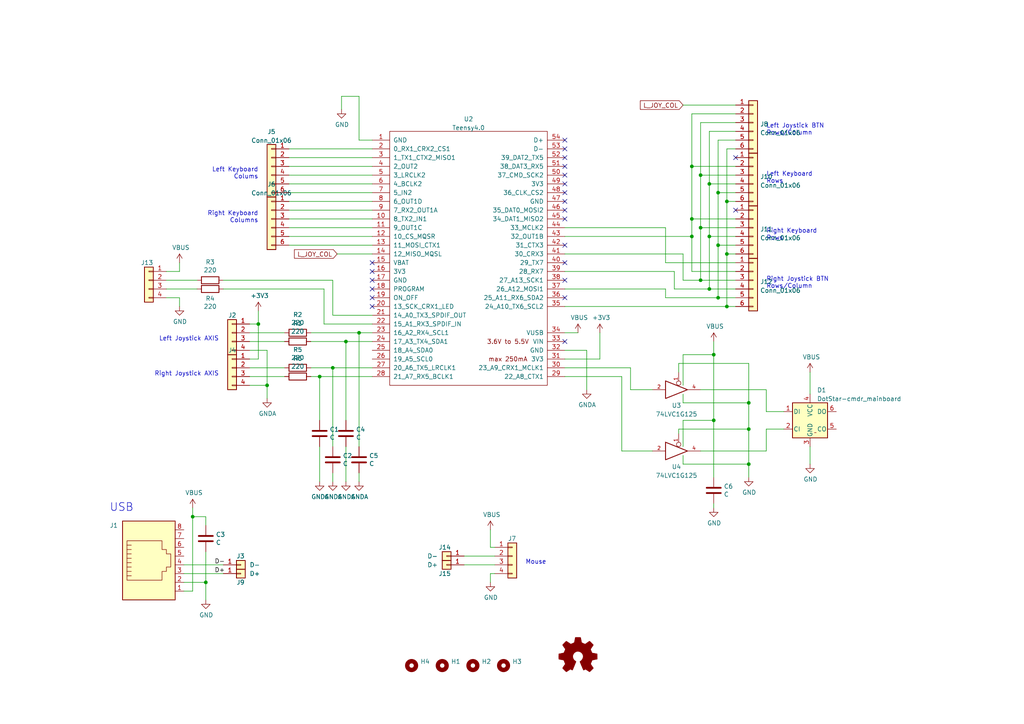
<source format=kicad_sch>
(kicad_sch (version 20211123) (generator eeschema)

  (uuid 1e61231f-0c0e-48bd-beef-c9849ffdfb3d)

  (paper "A4")

  (title_block
    (title "CMDR Mainboard")
    (date "2020-02-04")
    (rev "01")
    (company "CMtec")
  )

  (lib_symbols
    (symbol "74xGxx:74LVC1G125" (pin_names (offset 1.016)) (in_bom yes) (on_board yes)
      (property "Reference" "U" (id 0) (at -2.54 3.81 0)
        (effects (font (size 1.27 1.27)))
      )
      (property "Value" "74LVC1G125" (id 1) (at 0 -3.81 0)
        (effects (font (size 1.27 1.27)))
      )
      (property "Footprint" "" (id 2) (at 0 0 0)
        (effects (font (size 1.27 1.27)) hide)
      )
      (property "Datasheet" "http://www.ti.com/lit/sg/scyt129e/scyt129e.pdf" (id 3) (at 0 0 0)
        (effects (font (size 1.27 1.27)) hide)
      )
      (property "ki_keywords" "Single Gate Buff Tri-State LVC CMOS" (id 4) (at 0 0 0)
        (effects (font (size 1.27 1.27)) hide)
      )
      (property "ki_description" "Single Buffer Gate Tri-State, Low-Voltage CMOS" (id 5) (at 0 0 0)
        (effects (font (size 1.27 1.27)) hide)
      )
      (property "ki_fp_filters" "SOT* SG-*" (id 6) (at 0 0 0)
        (effects (font (size 1.27 1.27)) hide)
      )
      (symbol "74LVC1G125_0_1"
        (polyline
          (pts
            (xy -3.81 2.54)
            (xy -3.81 -2.54)
            (xy 2.54 0)
            (xy -3.81 2.54)
          )
          (stroke (width 0.254) (type default) (color 0 0 0 0))
          (fill (type none))
        )
      )
      (symbol "74LVC1G125_1_1"
        (pin input inverted (at 0 5.08 270) (length 3.81)
          (name "~" (effects (font (size 1.016 1.016))))
          (number "1" (effects (font (size 1.016 1.016))))
        )
        (pin input line (at -7.62 0 0) (length 3.81)
          (name "~" (effects (font (size 1.016 1.016))))
          (number "2" (effects (font (size 1.016 1.016))))
        )
        (pin power_in line (at 1.27 -1.27 270) (length 0) hide
          (name "GND" (effects (font (size 1.016 1.016))))
          (number "3" (effects (font (size 1.016 1.016))))
        )
        (pin tri_state line (at 6.35 0 180) (length 3.81)
          (name "~" (effects (font (size 1.016 1.016))))
          (number "4" (effects (font (size 1.016 1.016))))
        )
        (pin power_in line (at 1.27 1.27 90) (length 0) hide
          (name "VCC" (effects (font (size 1.016 1.016))))
          (number "5" (effects (font (size 1.016 1.016))))
        )
      )
    )
    (symbol "Connector:RJ45" (pin_names (offset 1.016)) (in_bom yes) (on_board yes)
      (property "Reference" "J" (id 0) (at -5.08 13.97 0)
        (effects (font (size 1.27 1.27)) (justify right))
      )
      (property "Value" "RJ45" (id 1) (at 2.54 13.97 0)
        (effects (font (size 1.27 1.27)) (justify left))
      )
      (property "Footprint" "" (id 2) (at 0 0.635 90)
        (effects (font (size 1.27 1.27)) hide)
      )
      (property "Datasheet" "~" (id 3) (at 0 0.635 90)
        (effects (font (size 1.27 1.27)) hide)
      )
      (property "ki_keywords" "8P8C RJ female connector" (id 4) (at 0 0 0)
        (effects (font (size 1.27 1.27)) hide)
      )
      (property "ki_description" "RJ connector, 8P8C (8 positions 8 connected)" (id 5) (at 0 0 0)
        (effects (font (size 1.27 1.27)) hide)
      )
      (property "ki_fp_filters" "8P8C* RJ31* RJ32* RJ33* RJ34* RJ35* RJ41* RJ45* RJ49* RJ61*" (id 6) (at 0 0 0)
        (effects (font (size 1.27 1.27)) hide)
      )
      (symbol "RJ45_0_1"
        (polyline
          (pts
            (xy -5.08 4.445)
            (xy -6.35 4.445)
          )
          (stroke (width 0) (type default) (color 0 0 0 0))
          (fill (type none))
        )
        (polyline
          (pts
            (xy -5.08 5.715)
            (xy -6.35 5.715)
          )
          (stroke (width 0) (type default) (color 0 0 0 0))
          (fill (type none))
        )
        (polyline
          (pts
            (xy -6.35 -3.175)
            (xy -5.08 -3.175)
            (xy -5.08 -3.175)
          )
          (stroke (width 0) (type default) (color 0 0 0 0))
          (fill (type none))
        )
        (polyline
          (pts
            (xy -6.35 -1.905)
            (xy -5.08 -1.905)
            (xy -5.08 -1.905)
          )
          (stroke (width 0) (type default) (color 0 0 0 0))
          (fill (type none))
        )
        (polyline
          (pts
            (xy -6.35 -0.635)
            (xy -5.08 -0.635)
            (xy -5.08 -0.635)
          )
          (stroke (width 0) (type default) (color 0 0 0 0))
          (fill (type none))
        )
        (polyline
          (pts
            (xy -6.35 0.635)
            (xy -5.08 0.635)
            (xy -5.08 0.635)
          )
          (stroke (width 0) (type default) (color 0 0 0 0))
          (fill (type none))
        )
        (polyline
          (pts
            (xy -6.35 1.905)
            (xy -5.08 1.905)
            (xy -5.08 1.905)
          )
          (stroke (width 0) (type default) (color 0 0 0 0))
          (fill (type none))
        )
        (polyline
          (pts
            (xy -5.08 3.175)
            (xy -6.35 3.175)
            (xy -6.35 3.175)
          )
          (stroke (width 0) (type default) (color 0 0 0 0))
          (fill (type none))
        )
        (polyline
          (pts
            (xy -6.35 -4.445)
            (xy -6.35 6.985)
            (xy 3.81 6.985)
            (xy 3.81 4.445)
            (xy 5.08 4.445)
            (xy 5.08 3.175)
            (xy 6.35 3.175)
            (xy 6.35 -0.635)
            (xy 5.08 -0.635)
            (xy 5.08 -1.905)
            (xy 3.81 -1.905)
            (xy 3.81 -4.445)
            (xy -6.35 -4.445)
            (xy -6.35 -4.445)
          )
          (stroke (width 0) (type default) (color 0 0 0 0))
          (fill (type none))
        )
        (rectangle (start 7.62 12.7) (end -7.62 -10.16)
          (stroke (width 0.254) (type default) (color 0 0 0 0))
          (fill (type background))
        )
      )
      (symbol "RJ45_1_1"
        (pin passive line (at 10.16 -7.62 180) (length 2.54)
          (name "~" (effects (font (size 1.27 1.27))))
          (number "1" (effects (font (size 1.27 1.27))))
        )
        (pin passive line (at 10.16 -5.08 180) (length 2.54)
          (name "~" (effects (font (size 1.27 1.27))))
          (number "2" (effects (font (size 1.27 1.27))))
        )
        (pin passive line (at 10.16 -2.54 180) (length 2.54)
          (name "~" (effects (font (size 1.27 1.27))))
          (number "3" (effects (font (size 1.27 1.27))))
        )
        (pin passive line (at 10.16 0 180) (length 2.54)
          (name "~" (effects (font (size 1.27 1.27))))
          (number "4" (effects (font (size 1.27 1.27))))
        )
        (pin passive line (at 10.16 2.54 180) (length 2.54)
          (name "~" (effects (font (size 1.27 1.27))))
          (number "5" (effects (font (size 1.27 1.27))))
        )
        (pin passive line (at 10.16 5.08 180) (length 2.54)
          (name "~" (effects (font (size 1.27 1.27))))
          (number "6" (effects (font (size 1.27 1.27))))
        )
        (pin passive line (at 10.16 7.62 180) (length 2.54)
          (name "~" (effects (font (size 1.27 1.27))))
          (number "7" (effects (font (size 1.27 1.27))))
        )
        (pin passive line (at 10.16 10.16 180) (length 2.54)
          (name "~" (effects (font (size 1.27 1.27))))
          (number "8" (effects (font (size 1.27 1.27))))
        )
      )
    )
    (symbol "Connector_Generic:Conn_01x01" (pin_names (offset 1.016) hide) (in_bom yes) (on_board yes)
      (property "Reference" "J" (id 0) (at 0 2.54 0)
        (effects (font (size 1.27 1.27)))
      )
      (property "Value" "Conn_01x01" (id 1) (at 0 -2.54 0)
        (effects (font (size 1.27 1.27)))
      )
      (property "Footprint" "" (id 2) (at 0 0 0)
        (effects (font (size 1.27 1.27)) hide)
      )
      (property "Datasheet" "~" (id 3) (at 0 0 0)
        (effects (font (size 1.27 1.27)) hide)
      )
      (property "ki_keywords" "connector" (id 4) (at 0 0 0)
        (effects (font (size 1.27 1.27)) hide)
      )
      (property "ki_description" "Generic connector, single row, 01x01, script generated (kicad-library-utils/schlib/autogen/connector/)" (id 5) (at 0 0 0)
        (effects (font (size 1.27 1.27)) hide)
      )
      (property "ki_fp_filters" "Connector*:*_1x??_*" (id 6) (at 0 0 0)
        (effects (font (size 1.27 1.27)) hide)
      )
      (symbol "Conn_01x01_1_1"
        (rectangle (start -1.27 0.127) (end 0 -0.127)
          (stroke (width 0.1524) (type default) (color 0 0 0 0))
          (fill (type none))
        )
        (rectangle (start -1.27 1.27) (end 1.27 -1.27)
          (stroke (width 0.254) (type default) (color 0 0 0 0))
          (fill (type background))
        )
        (pin passive line (at -5.08 0 0) (length 3.81)
          (name "Pin_1" (effects (font (size 1.27 1.27))))
          (number "1" (effects (font (size 1.27 1.27))))
        )
      )
    )
    (symbol "Connector_Generic:Conn_01x04" (pin_names (offset 1.016) hide) (in_bom yes) (on_board yes)
      (property "Reference" "J" (id 0) (at 0 5.08 0)
        (effects (font (size 1.27 1.27)))
      )
      (property "Value" "Conn_01x04" (id 1) (at 0 -7.62 0)
        (effects (font (size 1.27 1.27)))
      )
      (property "Footprint" "" (id 2) (at 0 0 0)
        (effects (font (size 1.27 1.27)) hide)
      )
      (property "Datasheet" "~" (id 3) (at 0 0 0)
        (effects (font (size 1.27 1.27)) hide)
      )
      (property "ki_keywords" "connector" (id 4) (at 0 0 0)
        (effects (font (size 1.27 1.27)) hide)
      )
      (property "ki_description" "Generic connector, single row, 01x04, script generated (kicad-library-utils/schlib/autogen/connector/)" (id 5) (at 0 0 0)
        (effects (font (size 1.27 1.27)) hide)
      )
      (property "ki_fp_filters" "Connector*:*_1x??_*" (id 6) (at 0 0 0)
        (effects (font (size 1.27 1.27)) hide)
      )
      (symbol "Conn_01x04_1_1"
        (rectangle (start -1.27 -4.953) (end 0 -5.207)
          (stroke (width 0.1524) (type default) (color 0 0 0 0))
          (fill (type none))
        )
        (rectangle (start -1.27 -2.413) (end 0 -2.667)
          (stroke (width 0.1524) (type default) (color 0 0 0 0))
          (fill (type none))
        )
        (rectangle (start -1.27 0.127) (end 0 -0.127)
          (stroke (width 0.1524) (type default) (color 0 0 0 0))
          (fill (type none))
        )
        (rectangle (start -1.27 2.667) (end 0 2.413)
          (stroke (width 0.1524) (type default) (color 0 0 0 0))
          (fill (type none))
        )
        (rectangle (start -1.27 3.81) (end 1.27 -6.35)
          (stroke (width 0.254) (type default) (color 0 0 0 0))
          (fill (type background))
        )
        (pin passive line (at -5.08 2.54 0) (length 3.81)
          (name "Pin_1" (effects (font (size 1.27 1.27))))
          (number "1" (effects (font (size 1.27 1.27))))
        )
        (pin passive line (at -5.08 0 0) (length 3.81)
          (name "Pin_2" (effects (font (size 1.27 1.27))))
          (number "2" (effects (font (size 1.27 1.27))))
        )
        (pin passive line (at -5.08 -2.54 0) (length 3.81)
          (name "Pin_3" (effects (font (size 1.27 1.27))))
          (number "3" (effects (font (size 1.27 1.27))))
        )
        (pin passive line (at -5.08 -5.08 0) (length 3.81)
          (name "Pin_4" (effects (font (size 1.27 1.27))))
          (number "4" (effects (font (size 1.27 1.27))))
        )
      )
    )
    (symbol "Connector_Generic:Conn_01x06" (pin_names (offset 1.016) hide) (in_bom yes) (on_board yes)
      (property "Reference" "J" (id 0) (at 0 7.62 0)
        (effects (font (size 1.27 1.27)))
      )
      (property "Value" "Conn_01x06" (id 1) (at 0 -10.16 0)
        (effects (font (size 1.27 1.27)))
      )
      (property "Footprint" "" (id 2) (at 0 0 0)
        (effects (font (size 1.27 1.27)) hide)
      )
      (property "Datasheet" "~" (id 3) (at 0 0 0)
        (effects (font (size 1.27 1.27)) hide)
      )
      (property "ki_keywords" "connector" (id 4) (at 0 0 0)
        (effects (font (size 1.27 1.27)) hide)
      )
      (property "ki_description" "Generic connector, single row, 01x06, script generated (kicad-library-utils/schlib/autogen/connector/)" (id 5) (at 0 0 0)
        (effects (font (size 1.27 1.27)) hide)
      )
      (property "ki_fp_filters" "Connector*:*_1x??_*" (id 6) (at 0 0 0)
        (effects (font (size 1.27 1.27)) hide)
      )
      (symbol "Conn_01x06_1_1"
        (rectangle (start -1.27 -7.493) (end 0 -7.747)
          (stroke (width 0.1524) (type default) (color 0 0 0 0))
          (fill (type none))
        )
        (rectangle (start -1.27 -4.953) (end 0 -5.207)
          (stroke (width 0.1524) (type default) (color 0 0 0 0))
          (fill (type none))
        )
        (rectangle (start -1.27 -2.413) (end 0 -2.667)
          (stroke (width 0.1524) (type default) (color 0 0 0 0))
          (fill (type none))
        )
        (rectangle (start -1.27 0.127) (end 0 -0.127)
          (stroke (width 0.1524) (type default) (color 0 0 0 0))
          (fill (type none))
        )
        (rectangle (start -1.27 2.667) (end 0 2.413)
          (stroke (width 0.1524) (type default) (color 0 0 0 0))
          (fill (type none))
        )
        (rectangle (start -1.27 5.207) (end 0 4.953)
          (stroke (width 0.1524) (type default) (color 0 0 0 0))
          (fill (type none))
        )
        (rectangle (start -1.27 6.35) (end 1.27 -8.89)
          (stroke (width 0.254) (type default) (color 0 0 0 0))
          (fill (type background))
        )
        (pin passive line (at -5.08 5.08 0) (length 3.81)
          (name "Pin_1" (effects (font (size 1.27 1.27))))
          (number "1" (effects (font (size 1.27 1.27))))
        )
        (pin passive line (at -5.08 2.54 0) (length 3.81)
          (name "Pin_2" (effects (font (size 1.27 1.27))))
          (number "2" (effects (font (size 1.27 1.27))))
        )
        (pin passive line (at -5.08 0 0) (length 3.81)
          (name "Pin_3" (effects (font (size 1.27 1.27))))
          (number "3" (effects (font (size 1.27 1.27))))
        )
        (pin passive line (at -5.08 -2.54 0) (length 3.81)
          (name "Pin_4" (effects (font (size 1.27 1.27))))
          (number "4" (effects (font (size 1.27 1.27))))
        )
        (pin passive line (at -5.08 -5.08 0) (length 3.81)
          (name "Pin_5" (effects (font (size 1.27 1.27))))
          (number "5" (effects (font (size 1.27 1.27))))
        )
        (pin passive line (at -5.08 -7.62 0) (length 3.81)
          (name "Pin_6" (effects (font (size 1.27 1.27))))
          (number "6" (effects (font (size 1.27 1.27))))
        )
      )
    )
    (symbol "Device:C" (pin_numbers hide) (pin_names (offset 0.254)) (in_bom yes) (on_board yes)
      (property "Reference" "C" (id 0) (at 0.635 2.54 0)
        (effects (font (size 1.27 1.27)) (justify left))
      )
      (property "Value" "C" (id 1) (at 0.635 -2.54 0)
        (effects (font (size 1.27 1.27)) (justify left))
      )
      (property "Footprint" "" (id 2) (at 0.9652 -3.81 0)
        (effects (font (size 1.27 1.27)) hide)
      )
      (property "Datasheet" "~" (id 3) (at 0 0 0)
        (effects (font (size 1.27 1.27)) hide)
      )
      (property "ki_keywords" "cap capacitor" (id 4) (at 0 0 0)
        (effects (font (size 1.27 1.27)) hide)
      )
      (property "ki_description" "Unpolarized capacitor" (id 5) (at 0 0 0)
        (effects (font (size 1.27 1.27)) hide)
      )
      (property "ki_fp_filters" "C_*" (id 6) (at 0 0 0)
        (effects (font (size 1.27 1.27)) hide)
      )
      (symbol "C_0_1"
        (polyline
          (pts
            (xy -2.032 -0.762)
            (xy 2.032 -0.762)
          )
          (stroke (width 0.508) (type default) (color 0 0 0 0))
          (fill (type none))
        )
        (polyline
          (pts
            (xy -2.032 0.762)
            (xy 2.032 0.762)
          )
          (stroke (width 0.508) (type default) (color 0 0 0 0))
          (fill (type none))
        )
      )
      (symbol "C_1_1"
        (pin passive line (at 0 3.81 270) (length 2.794)
          (name "~" (effects (font (size 1.27 1.27))))
          (number "1" (effects (font (size 1.27 1.27))))
        )
        (pin passive line (at 0 -3.81 90) (length 2.794)
          (name "~" (effects (font (size 1.27 1.27))))
          (number "2" (effects (font (size 1.27 1.27))))
        )
      )
    )
    (symbol "Device:R" (pin_numbers hide) (pin_names (offset 0)) (in_bom yes) (on_board yes)
      (property "Reference" "R" (id 0) (at 2.032 0 90)
        (effects (font (size 1.27 1.27)))
      )
      (property "Value" "R" (id 1) (at 0 0 90)
        (effects (font (size 1.27 1.27)))
      )
      (property "Footprint" "" (id 2) (at -1.778 0 90)
        (effects (font (size 1.27 1.27)) hide)
      )
      (property "Datasheet" "~" (id 3) (at 0 0 0)
        (effects (font (size 1.27 1.27)) hide)
      )
      (property "ki_keywords" "R res resistor" (id 4) (at 0 0 0)
        (effects (font (size 1.27 1.27)) hide)
      )
      (property "ki_description" "Resistor" (id 5) (at 0 0 0)
        (effects (font (size 1.27 1.27)) hide)
      )
      (property "ki_fp_filters" "R_*" (id 6) (at 0 0 0)
        (effects (font (size 1.27 1.27)) hide)
      )
      (symbol "R_0_1"
        (rectangle (start -1.016 -2.54) (end 1.016 2.54)
          (stroke (width 0.254) (type default) (color 0 0 0 0))
          (fill (type none))
        )
      )
      (symbol "R_1_1"
        (pin passive line (at 0 3.81 270) (length 1.27)
          (name "~" (effects (font (size 1.27 1.27))))
          (number "1" (effects (font (size 1.27 1.27))))
        )
        (pin passive line (at 0 -3.81 90) (length 1.27)
          (name "~" (effects (font (size 1.27 1.27))))
          (number "2" (effects (font (size 1.27 1.27))))
        )
      )
    )
    (symbol "Graphic:Logo_Open_Hardware_Small" (pin_names (offset 1.016)) (in_bom yes) (on_board yes)
      (property "Reference" "#LOGO" (id 0) (at 0 6.985 0)
        (effects (font (size 1.27 1.27)) hide)
      )
      (property "Value" "Logo_Open_Hardware_Small" (id 1) (at 0 -5.715 0)
        (effects (font (size 1.27 1.27)) hide)
      )
      (property "Footprint" "" (id 2) (at 0 0 0)
        (effects (font (size 1.27 1.27)) hide)
      )
      (property "Datasheet" "~" (id 3) (at 0 0 0)
        (effects (font (size 1.27 1.27)) hide)
      )
      (property "ki_keywords" "Logo" (id 4) (at 0 0 0)
        (effects (font (size 1.27 1.27)) hide)
      )
      (property "ki_description" "Open Hardware logo, small" (id 5) (at 0 0 0)
        (effects (font (size 1.27 1.27)) hide)
      )
      (symbol "Logo_Open_Hardware_Small_0_1"
        (polyline
          (pts
            (xy 3.3528 -4.3434)
            (xy 3.302 -4.318)
            (xy 3.175 -4.2418)
            (xy 2.9972 -4.1148)
            (xy 2.7686 -3.9624)
            (xy 2.54 -3.81)
            (xy 2.3622 -3.7084)
            (xy 2.2352 -3.6068)
            (xy 2.1844 -3.5814)
            (xy 2.159 -3.6068)
            (xy 2.0574 -3.6576)
            (xy 1.905 -3.7338)
            (xy 1.8034 -3.7846)
            (xy 1.6764 -3.8354)
            (xy 1.6002 -3.8354)
            (xy 1.6002 -3.8354)
            (xy 1.5494 -3.7338)
            (xy 1.4732 -3.5306)
            (xy 1.3462 -3.302)
            (xy 1.2446 -3.0226)
            (xy 1.1176 -2.7178)
            (xy 0.9652 -2.413)
            (xy 0.8636 -2.1082)
            (xy 0.7366 -1.8288)
            (xy 0.6604 -1.6256)
            (xy 0.6096 -1.4732)
            (xy 0.5842 -1.397)
            (xy 0.5842 -1.397)
            (xy 0.6604 -1.3208)
            (xy 0.7874 -1.2446)
            (xy 1.0414 -1.016)
            (xy 1.2954 -0.6858)
            (xy 1.4478 -0.3302)
            (xy 1.524 0.0762)
            (xy 1.4732 0.4572)
            (xy 1.3208 0.8128)
            (xy 1.0668 1.143)
            (xy 0.762 1.3716)
            (xy 0.4064 1.524)
            (xy 0 1.5748)
            (xy -0.381 1.5494)
            (xy -0.7366 1.397)
            (xy -1.0668 1.143)
            (xy -1.2192 0.9906)
            (xy -1.397 0.6604)
            (xy -1.524 0.3048)
            (xy -1.524 0.2286)
            (xy -1.4986 -0.1778)
            (xy -1.397 -0.5334)
            (xy -1.1938 -0.8636)
            (xy -0.9144 -1.143)
            (xy -0.8636 -1.1684)
            (xy -0.7366 -1.27)
            (xy -0.635 -1.3462)
            (xy -0.5842 -1.397)
            (xy -1.0668 -2.5908)
            (xy -1.143 -2.794)
            (xy -1.2954 -3.1242)
            (xy -1.397 -3.4036)
            (xy -1.4986 -3.6322)
            (xy -1.5748 -3.7846)
            (xy -1.6002 -3.8354)
            (xy -1.6002 -3.8354)
            (xy -1.651 -3.8354)
            (xy -1.7272 -3.81)
            (xy -1.905 -3.7338)
            (xy -2.0066 -3.683)
            (xy -2.1336 -3.6068)
            (xy -2.2098 -3.5814)
            (xy -2.2606 -3.6068)
            (xy -2.3622 -3.683)
            (xy -2.54 -3.81)
            (xy -2.7686 -3.9624)
            (xy -2.9718 -4.0894)
            (xy -3.1496 -4.2164)
            (xy -3.302 -4.318)
            (xy -3.3528 -4.3434)
            (xy -3.3782 -4.3434)
            (xy -3.429 -4.318)
            (xy -3.5306 -4.2164)
            (xy -3.7084 -4.064)
            (xy -3.937 -3.8354)
            (xy -3.9624 -3.81)
            (xy -4.1656 -3.6068)
            (xy -4.318 -3.4544)
            (xy -4.4196 -3.3274)
            (xy -4.445 -3.2766)
            (xy -4.445 -3.2766)
            (xy -4.4196 -3.2258)
            (xy -4.318 -3.0734)
            (xy -4.2164 -2.8956)
            (xy -4.064 -2.667)
            (xy -3.6576 -2.0828)
            (xy -3.8862 -1.5494)
            (xy -3.937 -1.3716)
            (xy -4.0386 -1.1684)
            (xy -4.0894 -1.0414)
            (xy -4.1148 -0.9652)
            (xy -4.191 -0.9398)
            (xy -4.318 -0.9144)
            (xy -4.5466 -0.8636)
            (xy -4.8006 -0.8128)
            (xy -5.0546 -0.7874)
            (xy -5.2578 -0.7366)
            (xy -5.4356 -0.7112)
            (xy -5.5118 -0.6858)
            (xy -5.5118 -0.6858)
            (xy -5.5372 -0.635)
            (xy -5.5372 -0.5588)
            (xy -5.5372 -0.4318)
            (xy -5.5626 -0.2286)
            (xy -5.5626 0.0762)
            (xy -5.5626 0.127)
            (xy -5.5372 0.4064)
            (xy -5.5372 0.635)
            (xy -5.5372 0.762)
            (xy -5.5372 0.8382)
            (xy -5.5372 0.8382)
            (xy -5.461 0.8382)
            (xy -5.3086 0.889)
            (xy -5.08 0.9144)
            (xy -4.826 0.9652)
            (xy -4.8006 0.9906)
            (xy -4.5466 1.0414)
            (xy -4.318 1.0668)
            (xy -4.1656 1.1176)
            (xy -4.0894 1.143)
            (xy -4.0894 1.143)
            (xy -4.0386 1.2446)
            (xy -3.9624 1.4224)
            (xy -3.8608 1.6256)
            (xy -3.7846 1.8288)
            (xy -3.7084 2.0066)
            (xy -3.6576 2.159)
            (xy -3.6322 2.2098)
            (xy -3.6322 2.2098)
            (xy -3.683 2.286)
            (xy -3.7592 2.413)
            (xy -3.8862 2.5908)
            (xy -4.064 2.8194)
            (xy -4.064 2.8448)
            (xy -4.2164 3.0734)
            (xy -4.3434 3.2512)
            (xy -4.4196 3.3782)
            (xy -4.445 3.4544)
            (xy -4.445 3.4544)
            (xy -4.3942 3.5052)
            (xy -4.2926 3.6322)
            (xy -4.1148 3.81)
            (xy -3.937 4.0132)
            (xy -3.8608 4.064)
            (xy -3.6576 4.2926)
            (xy -3.5052 4.4196)
            (xy -3.4036 4.4958)
            (xy -3.3528 4.5212)
            (xy -3.3528 4.5212)
            (xy -3.302 4.4704)
            (xy -3.1496 4.3688)
            (xy -2.9718 4.2418)
            (xy -2.7432 4.0894)
            (xy -2.7178 4.0894)
            (xy -2.4892 3.937)
            (xy -2.3114 3.81)
            (xy -2.1844 3.7084)
            (xy -2.1336 3.683)
            (xy -2.1082 3.683)
            (xy -2.032 3.7084)
            (xy -1.8542 3.7592)
            (xy -1.6764 3.8354)
            (xy -1.4732 3.937)
            (xy -1.27 4.0132)
            (xy -1.143 4.064)
            (xy -1.0668 4.1148)
            (xy -1.0668 4.1148)
            (xy -1.0414 4.191)
            (xy -1.016 4.3434)
            (xy -0.9652 4.572)
            (xy -0.9144 4.8514)
            (xy -0.889 4.9022)
            (xy -0.8382 5.1562)
            (xy -0.8128 5.3848)
            (xy -0.7874 5.5372)
            (xy -0.762 5.588)
            (xy -0.7112 5.6134)
            (xy -0.5842 5.6134)
            (xy -0.4064 5.6134)
            (xy -0.1524 5.6134)
            (xy 0.0762 5.6134)
            (xy 0.3302 5.6134)
            (xy 0.5334 5.6134)
            (xy 0.6858 5.588)
            (xy 0.7366 5.588)
            (xy 0.7366 5.588)
            (xy 0.762 5.5118)
            (xy 0.8128 5.334)
            (xy 0.8382 5.1054)
            (xy 0.9144 4.826)
            (xy 0.9144 4.7752)
            (xy 0.9652 4.5212)
            (xy 1.016 4.2926)
            (xy 1.0414 4.1402)
            (xy 1.0668 4.0894)
            (xy 1.0668 4.0894)
            (xy 1.1938 4.0386)
            (xy 1.3716 3.9624)
            (xy 1.5748 3.8608)
            (xy 2.0828 3.6576)
            (xy 2.7178 4.0894)
            (xy 2.7686 4.1402)
            (xy 2.9972 4.2926)
            (xy 3.175 4.4196)
            (xy 3.302 4.4958)
            (xy 3.3782 4.5212)
            (xy 3.3782 4.5212)
            (xy 3.429 4.4704)
            (xy 3.556 4.3434)
            (xy 3.7338 4.191)
            (xy 3.9116 3.9878)
            (xy 4.064 3.8354)
            (xy 4.2418 3.6576)
            (xy 4.3434 3.556)
            (xy 4.4196 3.4798)
            (xy 4.4196 3.429)
            (xy 4.4196 3.4036)
            (xy 4.3942 3.3274)
            (xy 4.2926 3.2004)
            (xy 4.1656 2.9972)
            (xy 4.0132 2.794)
            (xy 3.8862 2.5908)
            (xy 3.7592 2.3876)
            (xy 3.6576 2.2352)
            (xy 3.6322 2.159)
            (xy 3.6322 2.1336)
            (xy 3.683 2.0066)
            (xy 3.7592 1.8288)
            (xy 3.8608 1.6002)
            (xy 4.064 1.1176)
            (xy 4.3942 1.0414)
            (xy 4.5974 1.016)
            (xy 4.8768 0.9652)
            (xy 5.1308 0.9144)
            (xy 5.5372 0.8382)
            (xy 5.5626 -0.6604)
            (xy 5.4864 -0.6858)
            (xy 5.4356 -0.6858)
            (xy 5.2832 -0.7366)
            (xy 5.0546 -0.762)
            (xy 4.8006 -0.8128)
            (xy 4.5974 -0.8636)
            (xy 4.3688 -0.9144)
            (xy 4.2164 -0.9398)
            (xy 4.1402 -0.9398)
            (xy 4.1148 -0.9652)
            (xy 4.064 -1.0668)
            (xy 3.9878 -1.2446)
            (xy 3.9116 -1.4478)
            (xy 3.81 -1.651)
            (xy 3.7338 -1.8542)
            (xy 3.683 -2.0066)
            (xy 3.6576 -2.0828)
            (xy 3.683 -2.1336)
            (xy 3.7846 -2.2606)
            (xy 3.8862 -2.4638)
            (xy 4.0386 -2.667)
            (xy 4.191 -2.8956)
            (xy 4.318 -3.0734)
            (xy 4.3942 -3.2004)
            (xy 4.445 -3.2766)
            (xy 4.4196 -3.3274)
            (xy 4.3434 -3.429)
            (xy 4.1656 -3.5814)
            (xy 3.937 -3.8354)
            (xy 3.8862 -3.8608)
            (xy 3.683 -4.064)
            (xy 3.5306 -4.2164)
            (xy 3.4036 -4.318)
            (xy 3.3528 -4.3434)
          )
          (stroke (width 0) (type default) (color 0 0 0 0))
          (fill (type outline))
        )
      )
    )
    (symbol "Mechanical:MountingHole" (pin_names (offset 1.016)) (in_bom yes) (on_board yes)
      (property "Reference" "H" (id 0) (at 0 5.08 0)
        (effects (font (size 1.27 1.27)))
      )
      (property "Value" "MountingHole" (id 1) (at 0 3.175 0)
        (effects (font (size 1.27 1.27)))
      )
      (property "Footprint" "" (id 2) (at 0 0 0)
        (effects (font (size 1.27 1.27)) hide)
      )
      (property "Datasheet" "~" (id 3) (at 0 0 0)
        (effects (font (size 1.27 1.27)) hide)
      )
      (property "ki_keywords" "mounting hole" (id 4) (at 0 0 0)
        (effects (font (size 1.27 1.27)) hide)
      )
      (property "ki_description" "Mounting Hole without connection" (id 5) (at 0 0 0)
        (effects (font (size 1.27 1.27)) hide)
      )
      (property "ki_fp_filters" "MountingHole*" (id 6) (at 0 0 0)
        (effects (font (size 1.27 1.27)) hide)
      )
      (symbol "MountingHole_0_1"
        (circle (center 0 0) (radius 1.27)
          (stroke (width 1.27) (type default) (color 0 0 0 0))
          (fill (type none))
        )
      )
    )
    (symbol "cmdr_mainboard-rescue:+3.3V-power" (power) (pin_names (offset 0)) (in_bom yes) (on_board yes)
      (property "Reference" "#PWR" (id 0) (at 0 -3.81 0)
        (effects (font (size 1.27 1.27)) hide)
      )
      (property "Value" "+3.3V-power" (id 1) (at 0 3.556 0)
        (effects (font (size 1.27 1.27)))
      )
      (property "Footprint" "" (id 2) (at 0 0 0)
        (effects (font (size 1.27 1.27)) hide)
      )
      (property "Datasheet" "" (id 3) (at 0 0 0)
        (effects (font (size 1.27 1.27)) hide)
      )
      (symbol "+3.3V-power_0_1"
        (polyline
          (pts
            (xy -0.762 1.27)
            (xy 0 2.54)
          )
          (stroke (width 0) (type default) (color 0 0 0 0))
          (fill (type none))
        )
        (polyline
          (pts
            (xy 0 0)
            (xy 0 2.54)
          )
          (stroke (width 0) (type default) (color 0 0 0 0))
          (fill (type none))
        )
        (polyline
          (pts
            (xy 0 2.54)
            (xy 0.762 1.27)
          )
          (stroke (width 0) (type default) (color 0 0 0 0))
          (fill (type none))
        )
      )
      (symbol "+3.3V-power_1_1"
        (pin power_in line (at 0 0 90) (length 0) hide
          (name "+3V3" (effects (font (size 1.27 1.27))))
          (number "1" (effects (font (size 1.27 1.27))))
        )
      )
    )
    (symbol "dotstar:DotStar-cmdr_mainboard" (pin_names (offset 0.254)) (in_bom yes) (on_board yes)
      (property "Reference" "D" (id 0) (at 5.08 5.715 0)
        (effects (font (size 1.27 1.27)) (justify right bottom))
      )
      (property "Value" "DotStar-cmdr_mainboard" (id 1) (at 1.27 -5.715 0)
        (effects (font (size 1.27 1.27)) (justify left top))
      )
      (property "Footprint" "" (id 2) (at 1.27 -7.62 0)
        (effects (font (size 1.27 1.27)) (justify left top) hide)
      )
      (property "Datasheet" "" (id 3) (at 2.54 -9.525 0)
        (effects (font (size 1.27 1.27)) (justify left top) hide)
      )
      (property "ki_fp_filters" "LED*D5.0mm* LED*D8.0mm*" (id 4) (at 0 0 0)
        (effects (font (size 1.27 1.27)) hide)
      )
      (symbol "DotStar-cmdr_mainboard_0_1"
        (polyline
          (pts
            (xy 1.27 -3.556)
            (xy 1.778 -3.556)
          )
          (stroke (width 0) (type default) (color 0 0 0 0))
          (fill (type none))
        )
        (rectangle (start 5.08 5.08) (end -5.08 -5.08)
          (stroke (width 0.254) (type default) (color 0 0 0 0))
          (fill (type background))
        )
      )
      (symbol "DotStar-cmdr_mainboard_1_1"
        (pin input line (at -7.62 2.54 0) (length 2.54)
          (name "DI" (effects (font (size 1.27 1.27))))
          (number "1" (effects (font (size 1.27 1.27))))
        )
        (pin input line (at -7.62 -2.54 0) (length 2.54)
          (name "CI" (effects (font (size 1.27 1.27))))
          (number "2" (effects (font (size 1.27 1.27))))
        )
        (pin power_in line (at 0 -7.62 90) (length 2.54)
          (name "GND" (effects (font (size 1.27 1.27))))
          (number "3" (effects (font (size 1.27 1.27))))
        )
        (pin power_in line (at 0 7.62 270) (length 2.54)
          (name "VCC" (effects (font (size 1.27 1.27))))
          (number "4" (effects (font (size 1.27 1.27))))
        )
        (pin output line (at 7.62 -2.54 180) (length 2.54)
          (name "CO" (effects (font (size 1.27 1.27))))
          (number "5" (effects (font (size 1.27 1.27))))
        )
        (pin output line (at 7.62 2.54 180) (length 2.54)
          (name "DO" (effects (font (size 1.27 1.27))))
          (number "6" (effects (font (size 1.27 1.27))))
        )
      )
    )
    (symbol "power:GND" (power) (pin_names (offset 0)) (in_bom yes) (on_board yes)
      (property "Reference" "#PWR" (id 0) (at 0 -6.35 0)
        (effects (font (size 1.27 1.27)) hide)
      )
      (property "Value" "GND" (id 1) (at 0 -3.81 0)
        (effects (font (size 1.27 1.27)))
      )
      (property "Footprint" "" (id 2) (at 0 0 0)
        (effects (font (size 1.27 1.27)) hide)
      )
      (property "Datasheet" "" (id 3) (at 0 0 0)
        (effects (font (size 1.27 1.27)) hide)
      )
      (property "ki_keywords" "power-flag" (id 4) (at 0 0 0)
        (effects (font (size 1.27 1.27)) hide)
      )
      (property "ki_description" "Power symbol creates a global label with name \"GND\" , ground" (id 5) (at 0 0 0)
        (effects (font (size 1.27 1.27)) hide)
      )
      (symbol "GND_0_1"
        (polyline
          (pts
            (xy 0 0)
            (xy 0 -1.27)
            (xy 1.27 -1.27)
            (xy 0 -2.54)
            (xy -1.27 -1.27)
            (xy 0 -1.27)
          )
          (stroke (width 0) (type default) (color 0 0 0 0))
          (fill (type none))
        )
      )
      (symbol "GND_1_1"
        (pin power_in line (at 0 0 270) (length 0) hide
          (name "GND" (effects (font (size 1.27 1.27))))
          (number "1" (effects (font (size 1.27 1.27))))
        )
      )
    )
    (symbol "power:GNDA" (power) (pin_names (offset 0)) (in_bom yes) (on_board yes)
      (property "Reference" "#PWR" (id 0) (at 0 -6.35 0)
        (effects (font (size 1.27 1.27)) hide)
      )
      (property "Value" "GNDA" (id 1) (at 0 -3.81 0)
        (effects (font (size 1.27 1.27)))
      )
      (property "Footprint" "" (id 2) (at 0 0 0)
        (effects (font (size 1.27 1.27)) hide)
      )
      (property "Datasheet" "" (id 3) (at 0 0 0)
        (effects (font (size 1.27 1.27)) hide)
      )
      (property "ki_keywords" "power-flag" (id 4) (at 0 0 0)
        (effects (font (size 1.27 1.27)) hide)
      )
      (property "ki_description" "Power symbol creates a global label with name \"GNDA\" , analog ground" (id 5) (at 0 0 0)
        (effects (font (size 1.27 1.27)) hide)
      )
      (symbol "GNDA_0_1"
        (polyline
          (pts
            (xy 0 0)
            (xy 0 -1.27)
            (xy 1.27 -1.27)
            (xy 0 -2.54)
            (xy -1.27 -1.27)
            (xy 0 -1.27)
          )
          (stroke (width 0) (type default) (color 0 0 0 0))
          (fill (type none))
        )
      )
      (symbol "GNDA_1_1"
        (pin power_in line (at 0 0 270) (length 0) hide
          (name "GNDA" (effects (font (size 1.27 1.27))))
          (number "1" (effects (font (size 1.27 1.27))))
        )
      )
    )
    (symbol "power:VBUS" (power) (pin_names (offset 0)) (in_bom yes) (on_board yes)
      (property "Reference" "#PWR" (id 0) (at 0 -3.81 0)
        (effects (font (size 1.27 1.27)) hide)
      )
      (property "Value" "VBUS" (id 1) (at 0 3.81 0)
        (effects (font (size 1.27 1.27)))
      )
      (property "Footprint" "" (id 2) (at 0 0 0)
        (effects (font (size 1.27 1.27)) hide)
      )
      (property "Datasheet" "" (id 3) (at 0 0 0)
        (effects (font (size 1.27 1.27)) hide)
      )
      (property "ki_keywords" "power-flag" (id 4) (at 0 0 0)
        (effects (font (size 1.27 1.27)) hide)
      )
      (property "ki_description" "Power symbol creates a global label with name \"VBUS\"" (id 5) (at 0 0 0)
        (effects (font (size 1.27 1.27)) hide)
      )
      (symbol "VBUS_0_1"
        (polyline
          (pts
            (xy -0.762 1.27)
            (xy 0 2.54)
          )
          (stroke (width 0) (type default) (color 0 0 0 0))
          (fill (type none))
        )
        (polyline
          (pts
            (xy 0 0)
            (xy 0 2.54)
          )
          (stroke (width 0) (type default) (color 0 0 0 0))
          (fill (type none))
        )
        (polyline
          (pts
            (xy 0 2.54)
            (xy 0.762 1.27)
          )
          (stroke (width 0) (type default) (color 0 0 0 0))
          (fill (type none))
        )
      )
      (symbol "VBUS_1_1"
        (pin power_in line (at 0 0 90) (length 0) hide
          (name "VBUS" (effects (font (size 1.27 1.27))))
          (number "1" (effects (font (size 1.27 1.27))))
        )
      )
    )
    (symbol "teensy:Teensy4.0" (pin_names (offset 1.016)) (in_bom yes) (on_board yes)
      (property "Reference" "U" (id 0) (at 0 39.37 0)
        (effects (font (size 1.27 1.27)))
      )
      (property "Value" "Teensy4.0" (id 1) (at 0 -39.37 0)
        (effects (font (size 1.27 1.27)))
      )
      (property "Footprint" "" (id 2) (at -10.16 5.08 0)
        (effects (font (size 1.27 1.27)) hide)
      )
      (property "Datasheet" "" (id 3) (at -10.16 5.08 0)
        (effects (font (size 1.27 1.27)) hide)
      )
      (symbol "Teensy4.0_0_0"
        (text "3.6V to 5.5V" (at 11.43 -24.13 0)
          (effects (font (size 1.27 1.27)))
        )
        (text "max 250mA" (at 11.43 -29.21 0)
          (effects (font (size 1.27 1.27)))
        )
        (pin bidirectional line (at -27.94 11.43 0) (length 5.08)
          (name "8_TX2_IN1" (effects (font (size 1.27 1.27))))
          (number "10" (effects (font (size 1.27 1.27))))
        )
        (pin bidirectional line (at -27.94 8.89 0) (length 5.08)
          (name "9_OUT1C" (effects (font (size 1.27 1.27))))
          (number "11" (effects (font (size 1.27 1.27))))
        )
        (pin bidirectional line (at -27.94 6.35 0) (length 5.08)
          (name "10_CS_MQSR" (effects (font (size 1.27 1.27))))
          (number "12" (effects (font (size 1.27 1.27))))
        )
        (pin bidirectional line (at -27.94 3.81 0) (length 5.08)
          (name "11_MOSI_CTX1" (effects (font (size 1.27 1.27))))
          (number "13" (effects (font (size 1.27 1.27))))
        )
        (pin bidirectional line (at -27.94 1.27 0) (length 5.08)
          (name "12_MISO_MQSL" (effects (font (size 1.27 1.27))))
          (number "14" (effects (font (size 1.27 1.27))))
        )
        (pin power_in line (at -27.94 -1.27 0) (length 5.08)
          (name "VBAT" (effects (font (size 1.27 1.27))))
          (number "15" (effects (font (size 1.27 1.27))))
        )
        (pin power_in line (at -27.94 -3.81 0) (length 5.08)
          (name "3V3" (effects (font (size 1.27 1.27))))
          (number "16" (effects (font (size 1.27 1.27))))
        )
        (pin power_in line (at -27.94 -6.35 0) (length 5.08)
          (name "GND" (effects (font (size 1.27 1.27))))
          (number "17" (effects (font (size 1.27 1.27))))
        )
        (pin input line (at -27.94 -8.89 0) (length 5.08)
          (name "PROGRAM" (effects (font (size 1.27 1.27))))
          (number "18" (effects (font (size 1.27 1.27))))
        )
        (pin input line (at -27.94 -11.43 0) (length 5.08)
          (name "ON_OFF" (effects (font (size 1.27 1.27))))
          (number "19" (effects (font (size 1.27 1.27))))
        )
        (pin bidirectional line (at -27.94 -13.97 0) (length 5.08)
          (name "13_SCK_CRX1_LED" (effects (font (size 1.27 1.27))))
          (number "20" (effects (font (size 1.27 1.27))))
        )
        (pin bidirectional line (at -27.94 -16.51 0) (length 5.08)
          (name "14_A0_TX3_SPDIF_OUT" (effects (font (size 1.27 1.27))))
          (number "21" (effects (font (size 1.27 1.27))))
        )
        (pin bidirectional line (at -27.94 -19.05 0) (length 5.08)
          (name "15_A1_RX3_SPDIF_IN" (effects (font (size 1.27 1.27))))
          (number "22" (effects (font (size 1.27 1.27))))
        )
        (pin bidirectional line (at -27.94 -21.59 0) (length 5.08)
          (name "16_A2_RX4_SCL1" (effects (font (size 1.27 1.27))))
          (number "23" (effects (font (size 1.27 1.27))))
        )
        (pin bidirectional line (at -27.94 -24.13 0) (length 5.08)
          (name "17_A3_TX4_SDA1" (effects (font (size 1.27 1.27))))
          (number "24" (effects (font (size 1.27 1.27))))
        )
        (pin bidirectional line (at -27.94 -26.67 0) (length 5.08)
          (name "18_A4_SDA0" (effects (font (size 1.27 1.27))))
          (number "25" (effects (font (size 1.27 1.27))))
        )
        (pin bidirectional line (at -27.94 -29.21 0) (length 5.08)
          (name "19_A5_SCL0" (effects (font (size 1.27 1.27))))
          (number "26" (effects (font (size 1.27 1.27))))
        )
        (pin bidirectional line (at -27.94 -31.75 0) (length 5.08)
          (name "20_A6_TX5_LRCLK1" (effects (font (size 1.27 1.27))))
          (number "27" (effects (font (size 1.27 1.27))))
        )
        (pin bidirectional line (at -27.94 -34.29 0) (length 5.08)
          (name "21_A7_RX5_BCLK1" (effects (font (size 1.27 1.27))))
          (number "28" (effects (font (size 1.27 1.27))))
        )
        (pin bidirectional line (at 27.94 -34.29 180) (length 5.08)
          (name "22_A8_CTX1" (effects (font (size 1.27 1.27))))
          (number "29" (effects (font (size 1.27 1.27))))
        )
        (pin bidirectional line (at 27.94 -31.75 180) (length 5.08)
          (name "23_A9_CRX1_MCLK1" (effects (font (size 1.27 1.27))))
          (number "30" (effects (font (size 1.27 1.27))))
        )
        (pin power_out line (at 27.94 -29.21 180) (length 5.08)
          (name "3V3" (effects (font (size 1.27 1.27))))
          (number "31" (effects (font (size 1.27 1.27))))
        )
        (pin power_in line (at 27.94 -26.67 180) (length 5.08)
          (name "GND" (effects (font (size 1.27 1.27))))
          (number "32" (effects (font (size 1.27 1.27))))
        )
        (pin power_in line (at 27.94 -24.13 180) (length 5.08)
          (name "VIN" (effects (font (size 1.27 1.27))))
          (number "33" (effects (font (size 1.27 1.27))))
        )
        (pin power_out line (at 27.94 -21.59 180) (length 5.08)
          (name "VUSB" (effects (font (size 1.27 1.27))))
          (number "34" (effects (font (size 1.27 1.27))))
        )
        (pin bidirectional line (at 27.94 -13.97 180) (length 5.08)
          (name "24_A10_TX6_SCL2" (effects (font (size 1.27 1.27))))
          (number "35" (effects (font (size 1.27 1.27))))
        )
        (pin bidirectional line (at 27.94 -11.43 180) (length 5.08)
          (name "25_A11_RX6_SDA2" (effects (font (size 1.27 1.27))))
          (number "36" (effects (font (size 1.27 1.27))))
        )
        (pin bidirectional line (at 27.94 -8.89 180) (length 5.08)
          (name "26_A12_MOSI1" (effects (font (size 1.27 1.27))))
          (number "37" (effects (font (size 1.27 1.27))))
        )
        (pin bidirectional line (at 27.94 -6.35 180) (length 5.08)
          (name "27_A13_SCK1" (effects (font (size 1.27 1.27))))
          (number "38" (effects (font (size 1.27 1.27))))
        )
        (pin bidirectional line (at 27.94 -3.81 180) (length 5.08)
          (name "28_RX7" (effects (font (size 1.27 1.27))))
          (number "39" (effects (font (size 1.27 1.27))))
        )
        (pin bidirectional line (at 27.94 -1.27 180) (length 5.08)
          (name "29_TX7" (effects (font (size 1.27 1.27))))
          (number "40" (effects (font (size 1.27 1.27))))
        )
        (pin bidirectional line (at 27.94 1.27 180) (length 5.08)
          (name "30_CRX3" (effects (font (size 1.27 1.27))))
          (number "41" (effects (font (size 1.27 1.27))))
        )
        (pin bidirectional line (at 27.94 3.81 180) (length 5.08)
          (name "31_CTX3" (effects (font (size 1.27 1.27))))
          (number "42" (effects (font (size 1.27 1.27))))
        )
        (pin bidirectional line (at 27.94 6.35 180) (length 5.08)
          (name "32_OUT1B" (effects (font (size 1.27 1.27))))
          (number "43" (effects (font (size 1.27 1.27))))
        )
        (pin bidirectional line (at 27.94 8.89 180) (length 5.08)
          (name "33_MCLK2" (effects (font (size 1.27 1.27))))
          (number "44" (effects (font (size 1.27 1.27))))
        )
        (pin bidirectional line (at 27.94 11.43 180) (length 5.08)
          (name "34_DAT1_MISO2" (effects (font (size 1.27 1.27))))
          (number "45" (effects (font (size 1.27 1.27))))
        )
        (pin bidirectional line (at 27.94 13.97 180) (length 5.08)
          (name "35_DAT0_MOSI2" (effects (font (size 1.27 1.27))))
          (number "46" (effects (font (size 1.27 1.27))))
        )
        (pin power_out line (at 27.94 16.51 180) (length 5.08)
          (name "GND" (effects (font (size 1.27 1.27))))
          (number "47" (effects (font (size 1.27 1.27))))
        )
        (pin bidirectional line (at 27.94 19.05 180) (length 5.08)
          (name "36_CLK_CS2" (effects (font (size 1.27 1.27))))
          (number "48" (effects (font (size 1.27 1.27))))
        )
        (pin power_out line (at 27.94 21.59 180) (length 5.08)
          (name "3V3" (effects (font (size 1.27 1.27))))
          (number "49" (effects (font (size 1.27 1.27))))
        )
        (pin bidirectional line (at -27.94 24.13 0) (length 5.08)
          (name "3_LRCLK2" (effects (font (size 1.27 1.27))))
          (number "5" (effects (font (size 1.27 1.27))))
        )
        (pin bidirectional line (at 27.94 24.13 180) (length 5.08)
          (name "37_CMD_SCK2" (effects (font (size 1.27 1.27))))
          (number "50" (effects (font (size 1.27 1.27))))
        )
        (pin bidirectional line (at 27.94 26.67 180) (length 5.08)
          (name "38_DAT3_RX5" (effects (font (size 1.27 1.27))))
          (number "51" (effects (font (size 1.27 1.27))))
        )
        (pin bidirectional line (at 27.94 29.21 180) (length 5.08)
          (name "39_DAT2_TX5" (effects (font (size 1.27 1.27))))
          (number "52" (effects (font (size 1.27 1.27))))
        )
        (pin bidirectional line (at 27.94 31.75 180) (length 5.08)
          (name "D-" (effects (font (size 1.27 1.27))))
          (number "53" (effects (font (size 1.27 1.27))))
        )
        (pin bidirectional line (at 27.94 34.29 180) (length 5.08)
          (name "D+" (effects (font (size 1.27 1.27))))
          (number "54" (effects (font (size 1.27 1.27))))
        )
        (pin bidirectional line (at -27.94 21.59 0) (length 5.08)
          (name "4_BCLK2" (effects (font (size 1.27 1.27))))
          (number "6" (effects (font (size 1.27 1.27))))
        )
        (pin bidirectional line (at -27.94 19.05 0) (length 5.08)
          (name "5_IN2" (effects (font (size 1.27 1.27))))
          (number "7" (effects (font (size 1.27 1.27))))
        )
        (pin bidirectional line (at -27.94 16.51 0) (length 5.08)
          (name "6_OUT1D" (effects (font (size 1.27 1.27))))
          (number "8" (effects (font (size 1.27 1.27))))
        )
        (pin bidirectional line (at -27.94 13.97 0) (length 5.08)
          (name "7_RX2_OUT1A" (effects (font (size 1.27 1.27))))
          (number "9" (effects (font (size 1.27 1.27))))
        )
      )
      (symbol "Teensy4.0_0_1"
        (rectangle (start -22.86 36.83) (end 22.86 -36.83)
          (stroke (width 0) (type default) (color 0 0 0 0))
          (fill (type none))
        )
        (rectangle (start -20.32 -31.75) (end -20.32 -31.75)
          (stroke (width 0) (type default) (color 0 0 0 0))
          (fill (type none))
        )
      )
      (symbol "Teensy4.0_1_1"
        (pin power_in line (at -27.94 34.29 0) (length 5.08)
          (name "GND" (effects (font (size 1.27 1.27))))
          (number "1" (effects (font (size 1.27 1.27))))
        )
        (pin bidirectional line (at -27.94 31.75 0) (length 5.08)
          (name "0_RX1_CRX2_CS1" (effects (font (size 1.27 1.27))))
          (number "2" (effects (font (size 1.27 1.27))))
        )
        (pin bidirectional line (at -27.94 29.21 0) (length 5.08)
          (name "1_TX1_CTX2_MISO1" (effects (font (size 1.27 1.27))))
          (number "3" (effects (font (size 1.27 1.27))))
        )
        (pin bidirectional line (at -27.94 26.67 0) (length 5.08)
          (name "2_OUT2" (effects (font (size 1.27 1.27))))
          (number "4" (effects (font (size 1.27 1.27))))
        )
      )
    )
  )

  (junction (at 203.2 81.28) (diameter 0) (color 0 0 0 0)
    (uuid 0786fa2f-6738-48f4-bb3e-1ac26336a054)
  )
  (junction (at 203.2 66.04) (diameter 0) (color 0 0 0 0)
    (uuid 10a1046c-3bef-4640-8e64-8a66de7aa2d9)
  )
  (junction (at 217.17 116.84) (diameter 0) (color 0 0 0 0)
    (uuid 151600b5-bb62-4799-a5d0-0c57e8a4fbb3)
  )
  (junction (at 208.28 55.88) (diameter 0) (color 0 0 0 0)
    (uuid 17907ede-43d8-4146-818d-bd9422db4629)
  )
  (junction (at 200.66 48.26) (diameter 0) (color 0 0 0 0)
    (uuid 19516367-3a82-4a3a-81f4-cb4248c08cf6)
  )
  (junction (at 207.01 102.87) (diameter 0) (color 0 0 0 0)
    (uuid 1eccec05-08d4-49e3-98da-55c159377c66)
  )
  (junction (at 96.52 106.68) (diameter 0) (color 0 0 0 0)
    (uuid 33904eea-22b6-4d79-a230-9b190591344d)
  )
  (junction (at 210.82 73.66) (diameter 0) (color 0 0 0 0)
    (uuid 35b5342c-e694-4b13-be6a-0bb6a6752800)
  )
  (junction (at 74.93 93.98) (diameter 0) (color 0 0 0 0)
    (uuid 3d7ac3fb-8d7b-4ed6-be16-9001b18429b2)
  )
  (junction (at 217.17 124.46) (diameter 0) (color 0 0 0 0)
    (uuid 44d95102-516a-48ee-848a-884dcce58c54)
  )
  (junction (at 77.47 111.76) (diameter 0) (color 0 0 0 0)
    (uuid 4a0b091e-2135-4d01-9313-3efb51f7f273)
  )
  (junction (at 205.74 68.58) (diameter 0) (color 0 0 0 0)
    (uuid 71f4da9a-4147-461d-bb38-2fd7a3078a0e)
  )
  (junction (at 208.28 71.12) (diameter 0) (color 0 0 0 0)
    (uuid 82400811-4830-4e24-817a-da1a3295eb5b)
  )
  (junction (at 210.82 88.9) (diameter 0) (color 0 0 0 0)
    (uuid 92a29a41-ab26-482b-bab8-74f63230acc6)
  )
  (junction (at 210.82 58.42) (diameter 0) (color 0 0 0 0)
    (uuid 934cf5bd-d7d0-412b-bd6e-4a4862d5ea2a)
  )
  (junction (at 200.66 63.5) (diameter 0) (color 0 0 0 0)
    (uuid 94a44b64-7320-4111-9788-52dd07cf1ecf)
  )
  (junction (at 207.01 121.92) (diameter 0) (color 0 0 0 0)
    (uuid 9544087c-6c9b-4f25-869f-3a3dedaa6d9a)
  )
  (junction (at 205.74 83.82) (diameter 0) (color 0 0 0 0)
    (uuid 9a06cf1d-4ab2-4d01-a59c-c3211252e6f6)
  )
  (junction (at 55.88 149.86) (diameter 0) (color 0 0 0 0)
    (uuid 9a8ce9e5-6ba0-480f-bacf-2d57e36bce68)
  )
  (junction (at 92.71 109.22) (diameter 0) (color 0 0 0 0)
    (uuid 9b45b7f5-f4ee-46b4-adca-32f2eece7211)
  )
  (junction (at 208.28 86.36) (diameter 0) (color 0 0 0 0)
    (uuid bc4fac12-094f-4e4a-987e-c8447e0bdb1b)
  )
  (junction (at 104.14 96.52) (diameter 0) (color 0 0 0 0)
    (uuid bc6483cd-53c2-490a-8d9f-148df278d434)
  )
  (junction (at 100.33 99.06) (diameter 0) (color 0 0 0 0)
    (uuid bcdcf7a9-0c94-4dba-bc98-3ea6eedc9eb6)
  )
  (junction (at 203.2 50.8) (diameter 0) (color 0 0 0 0)
    (uuid c1c86e7a-7f6d-4252-9e82-7047be1dd2e0)
  )
  (junction (at 205.74 53.34) (diameter 0) (color 0 0 0 0)
    (uuid d996a8bb-2e8c-46a3-bec3-a32cb2f55dc0)
  )
  (junction (at 217.17 134.62) (diameter 0) (color 0 0 0 0)
    (uuid dd78b7a7-cf3f-41f1-bbef-f9f864205564)
  )
  (junction (at 200.66 68.58) (diameter 0) (color 0 0 0 0)
    (uuid e5df1404-ba4b-4caf-9b29-b55a98d4586d)
  )
  (junction (at 59.69 168.91) (diameter 0) (color 0 0 0 0)
    (uuid ebc5ff6b-17bf-47eb-bc1c-fc5ccba1c1e4)
  )

  (no_connect (at 107.95 76.2) (uuid 3446b3be-e05c-4d2b-ab6f-e49da3f35d66))
  (no_connect (at 107.95 78.74) (uuid 3446b3be-e05c-4d2b-ab6f-e49da3f35d67))
  (no_connect (at 107.95 81.28) (uuid 3446b3be-e05c-4d2b-ab6f-e49da3f35d68))
  (no_connect (at 107.95 83.82) (uuid 3446b3be-e05c-4d2b-ab6f-e49da3f35d69))
  (no_connect (at 107.95 86.36) (uuid 3446b3be-e05c-4d2b-ab6f-e49da3f35d6a))
  (no_connect (at 213.36 60.96) (uuid 5ebb86d4-009d-4021-bfc0-c8ebcf7a4f1e))
  (no_connect (at 213.36 45.72) (uuid 74d20de2-66a8-43a8-a1d5-6adf34eac10a))
  (no_connect (at 163.83 71.12) (uuid 8538d4b1-9b9a-41b0-af6f-6fdb3cd0832c))
  (no_connect (at 163.83 63.5) (uuid 8538d4b1-9b9a-41b0-af6f-6fdb3cd0832d))
  (no_connect (at 163.83 60.96) (uuid 8538d4b1-9b9a-41b0-af6f-6fdb3cd0832e))
  (no_connect (at 163.83 58.42) (uuid 8538d4b1-9b9a-41b0-af6f-6fdb3cd0832f))
  (no_connect (at 163.83 55.88) (uuid 8538d4b1-9b9a-41b0-af6f-6fdb3cd08330))
  (no_connect (at 163.83 53.34) (uuid 8538d4b1-9b9a-41b0-af6f-6fdb3cd08331))
  (no_connect (at 163.83 50.8) (uuid 8538d4b1-9b9a-41b0-af6f-6fdb3cd08332))
  (no_connect (at 163.83 48.26) (uuid 8538d4b1-9b9a-41b0-af6f-6fdb3cd08333))
  (no_connect (at 163.83 86.36) (uuid 8538d4b1-9b9a-41b0-af6f-6fdb3cd08334))
  (no_connect (at 163.83 81.28) (uuid 8538d4b1-9b9a-41b0-af6f-6fdb3cd08335))
  (no_connect (at 163.83 99.06) (uuid 8538d4b1-9b9a-41b0-af6f-6fdb3cd08336))
  (no_connect (at 163.83 76.2) (uuid 8538d4b1-9b9a-41b0-af6f-6fdb3cd08337))
  (no_connect (at 163.83 45.72) (uuid 8538d4b1-9b9a-41b0-af6f-6fdb3cd08338))
  (no_connect (at 107.95 88.9) (uuid 8538d4b1-9b9a-41b0-af6f-6fdb3cd08339))
  (no_connect (at 163.83 43.18) (uuid a11fbf73-39aa-477a-b0ce-974b655cde34))
  (no_connect (at 163.83 40.64) (uuid a11fbf73-39aa-477a-b0ce-974b655cde35))

  (wire (pts (xy 96.52 137.16) (xy 96.52 139.7))
    (stroke (width 0) (type default) (color 0 0 0 0))
    (uuid 02c1c40c-fac2-4856-8751-6f2414cbb893)
  )
  (wire (pts (xy 196.85 125.73) (xy 196.85 124.46))
    (stroke (width 0) (type default) (color 0 0 0 0))
    (uuid 035b837e-c76e-4478-876c-73890becfb04)
  )
  (wire (pts (xy 59.69 168.91) (xy 59.69 173.99))
    (stroke (width 0) (type default) (color 0 0 0 0))
    (uuid 0753f9fa-25b4-497f-a4ab-aa98913e1e1b)
  )
  (wire (pts (xy 198.12 73.66) (xy 163.83 73.66))
    (stroke (width 0) (type default) (color 0 0 0 0))
    (uuid 07973840-7d67-44f7-ad3e-7610fdc61d1d)
  )
  (wire (pts (xy 163.83 101.6) (xy 170.18 101.6))
    (stroke (width 0) (type default) (color 0 0 0 0))
    (uuid 090d4630-23af-4774-bd19-5420ea094e36)
  )
  (wire (pts (xy 90.17 109.22) (xy 92.71 109.22))
    (stroke (width 0) (type default) (color 0 0 0 0))
    (uuid 099f0776-586f-4af6-825c-6edece9e372b)
  )
  (wire (pts (xy 59.69 152.4) (xy 59.69 149.86))
    (stroke (width 0) (type default) (color 0 0 0 0))
    (uuid 0d4c0aa0-81f9-4828-b24e-18b1b14c5446)
  )
  (wire (pts (xy 74.93 93.98) (xy 74.93 90.17))
    (stroke (width 0) (type default) (color 0 0 0 0))
    (uuid 0ec4112c-3431-4b0e-976f-f3d01af6a5a2)
  )
  (wire (pts (xy 170.18 113.03) (xy 170.18 101.6))
    (stroke (width 0) (type default) (color 0 0 0 0))
    (uuid 0f9ea8e6-b5a9-4f6c-96bc-849393704525)
  )
  (wire (pts (xy 182.88 113.03) (xy 189.23 113.03))
    (stroke (width 0) (type default) (color 0 0 0 0))
    (uuid 0fa63b12-0707-4c6c-abad-ca3cd6d07640)
  )
  (wire (pts (xy 213.36 35.56) (xy 203.2 35.56))
    (stroke (width 0) (type default) (color 0 0 0 0))
    (uuid 10054b98-0cee-4051-aebe-31cf8757011b)
  )
  (wire (pts (xy 203.2 66.04) (xy 203.2 81.28))
    (stroke (width 0) (type default) (color 0 0 0 0))
    (uuid 15751069-41df-4f07-8e7d-ea4deadf162d)
  )
  (wire (pts (xy 173.99 104.14) (xy 173.99 96.52))
    (stroke (width 0) (type default) (color 0 0 0 0))
    (uuid 17e04e96-2593-47dc-a290-6fcaae901d3f)
  )
  (wire (pts (xy 205.74 53.34) (xy 205.74 68.58))
    (stroke (width 0) (type default) (color 0 0 0 0))
    (uuid 1dc20b80-e085-4e9d-972a-fd346e26f0b7)
  )
  (wire (pts (xy 213.36 81.28) (xy 203.2 81.28))
    (stroke (width 0) (type default) (color 0 0 0 0))
    (uuid 1e13619f-5740-4e57-b451-78d5afdf422d)
  )
  (wire (pts (xy 104.14 137.16) (xy 104.14 139.7))
    (stroke (width 0) (type default) (color 0 0 0 0))
    (uuid 1eb5d66a-a175-41a6-879c-532fc7afe672)
  )
  (wire (pts (xy 92.71 129.54) (xy 92.71 139.7))
    (stroke (width 0) (type default) (color 0 0 0 0))
    (uuid 1fb6f9a5-3f0a-4aac-a3c2-a658637367c5)
  )
  (wire (pts (xy 208.28 71.12) (xy 208.28 86.36))
    (stroke (width 0) (type default) (color 0 0 0 0))
    (uuid 22db8002-463d-42ad-b9b4-76eb70746579)
  )
  (wire (pts (xy 198.12 121.92) (xy 207.01 121.92))
    (stroke (width 0) (type default) (color 0 0 0 0))
    (uuid 252e9dd5-0169-4edd-a82f-d0eada9692f6)
  )
  (wire (pts (xy 107.95 93.98) (xy 93.98 93.98))
    (stroke (width 0) (type default) (color 0 0 0 0))
    (uuid 27d5b0b2-64a7-4a7f-9dfc-e2c4725e31f0)
  )
  (wire (pts (xy 53.34 166.37) (xy 64.77 166.37))
    (stroke (width 0) (type default) (color 0 0 0 0))
    (uuid 29a454eb-3fc2-4b29-9e03-69397f04f8df)
  )
  (wire (pts (xy 83.82 45.72) (xy 107.95 45.72))
    (stroke (width 0) (type default) (color 0 0 0 0))
    (uuid 2b1cec42-9489-4f51-8552-89a2c5c1727f)
  )
  (wire (pts (xy 90.17 96.52) (xy 104.14 96.52))
    (stroke (width 0) (type default) (color 0 0 0 0))
    (uuid 2c90b78b-9f6e-4929-a55e-ab77432c02aa)
  )
  (wire (pts (xy 83.82 68.58) (xy 107.95 68.58))
    (stroke (width 0) (type default) (color 0 0 0 0))
    (uuid 2e1060af-2183-4580-8b8e-060f151a8c73)
  )
  (wire (pts (xy 200.66 68.58) (xy 163.83 68.58))
    (stroke (width 0) (type default) (color 0 0 0 0))
    (uuid 2fe8e404-12a0-4eaa-99b5-eb777ac433b4)
  )
  (wire (pts (xy 213.36 63.5) (xy 200.66 63.5))
    (stroke (width 0) (type default) (color 0 0 0 0))
    (uuid 31ae76b5-a2e4-4969-96bf-26f8d022ff28)
  )
  (wire (pts (xy 213.36 33.02) (xy 200.66 33.02))
    (stroke (width 0) (type default) (color 0 0 0 0))
    (uuid 32348161-0983-4203-97e5-003304919d6a)
  )
  (wire (pts (xy 213.36 76.2) (xy 193.04 76.2))
    (stroke (width 0) (type default) (color 0 0 0 0))
    (uuid 361c71be-6b61-4188-9c72-4e4a4cf6e85a)
  )
  (wire (pts (xy 213.36 73.66) (xy 210.82 73.66))
    (stroke (width 0) (type default) (color 0 0 0 0))
    (uuid 375cb9d7-175e-41da-9529-19c9f8836644)
  )
  (wire (pts (xy 77.47 111.76) (xy 72.39 111.76))
    (stroke (width 0) (type default) (color 0 0 0 0))
    (uuid 37a4f650-4250-422e-9805-ed58f5618084)
  )
  (wire (pts (xy 64.77 81.28) (xy 96.52 81.28))
    (stroke (width 0) (type default) (color 0 0 0 0))
    (uuid 381d7d90-c521-4487-8a40-561ae7986697)
  )
  (wire (pts (xy 100.33 99.06) (xy 107.95 99.06))
    (stroke (width 0) (type default) (color 0 0 0 0))
    (uuid 3840ca4d-0eda-4d12-bf9a-bcfb68e40ccd)
  )
  (wire (pts (xy 182.88 106.68) (xy 182.88 113.03))
    (stroke (width 0) (type default) (color 0 0 0 0))
    (uuid 39119a51-e699-4b65-bc41-42be51f0a85a)
  )
  (wire (pts (xy 55.88 147.32) (xy 55.88 149.86))
    (stroke (width 0) (type default) (color 0 0 0 0))
    (uuid 3c191b35-9d1d-407b-a6c6-309217226292)
  )
  (wire (pts (xy 134.62 163.83) (xy 143.51 163.83))
    (stroke (width 0) (type default) (color 0 0 0 0))
    (uuid 3e3bf0ce-8022-4050-a4b0-9762419cbe3d)
  )
  (wire (pts (xy 83.82 58.42) (xy 107.95 58.42))
    (stroke (width 0) (type default) (color 0 0 0 0))
    (uuid 40e0a992-6e59-4c10-84cb-2bde8d106a1c)
  )
  (wire (pts (xy 193.04 66.04) (xy 163.83 66.04))
    (stroke (width 0) (type default) (color 0 0 0 0))
    (uuid 41c4723a-9f59-48eb-b5f5-4a6dca7bf8bd)
  )
  (wire (pts (xy 210.82 43.18) (xy 210.82 58.42))
    (stroke (width 0) (type default) (color 0 0 0 0))
    (uuid 420bd047-46d1-4507-881b-7450c64ff04d)
  )
  (wire (pts (xy 213.36 43.18) (xy 210.82 43.18))
    (stroke (width 0) (type default) (color 0 0 0 0))
    (uuid 42e0ad84-0f7a-41c6-8cc8-36c87522c499)
  )
  (wire (pts (xy 96.52 106.68) (xy 96.52 129.54))
    (stroke (width 0) (type default) (color 0 0 0 0))
    (uuid 440f5ff3-e337-490f-88f2-4e4b3ad2b93b)
  )
  (wire (pts (xy 234.95 129.54) (xy 234.95 134.62))
    (stroke (width 0) (type default) (color 0 0 0 0))
    (uuid 44d69bf9-c9d4-47d0-a137-262f86b27192)
  )
  (wire (pts (xy 205.74 83.82) (xy 195.58 83.82))
    (stroke (width 0) (type default) (color 0 0 0 0))
    (uuid 4b513c47-2e3d-4730-a4f0-99eea844a316)
  )
  (wire (pts (xy 59.69 160.02) (xy 59.69 168.91))
    (stroke (width 0) (type default) (color 0 0 0 0))
    (uuid 4f87ccb6-1dfe-49a3-8071-4c885b2ec758)
  )
  (wire (pts (xy 213.36 71.12) (xy 208.28 71.12))
    (stroke (width 0) (type default) (color 0 0 0 0))
    (uuid 51ca09b1-7506-4955-bb92-89e51ce4d880)
  )
  (wire (pts (xy 143.51 166.37) (xy 142.24 166.37))
    (stroke (width 0) (type default) (color 0 0 0 0))
    (uuid 53af25e3-47ec-4c80-a55a-0f9dde9eeb08)
  )
  (wire (pts (xy 163.83 109.22) (xy 180.34 109.22))
    (stroke (width 0) (type default) (color 0 0 0 0))
    (uuid 5762924b-7f7d-4aea-b69f-2ff2fb179d94)
  )
  (wire (pts (xy 72.39 101.6) (xy 77.47 101.6))
    (stroke (width 0) (type default) (color 0 0 0 0))
    (uuid 5db0cfd5-d9fa-4560-abc1-f87f94738278)
  )
  (wire (pts (xy 217.17 105.41) (xy 217.17 116.84))
    (stroke (width 0) (type default) (color 0 0 0 0))
    (uuid 5df3bbff-3bd3-4d73-9c6c-47a8d6f5a5d4)
  )
  (wire (pts (xy 104.14 96.52) (xy 107.95 96.52))
    (stroke (width 0) (type default) (color 0 0 0 0))
    (uuid 5e93918d-308a-4503-be15-d54e0e7a805b)
  )
  (wire (pts (xy 217.17 134.62) (xy 217.17 138.43))
    (stroke (width 0) (type default) (color 0 0 0 0))
    (uuid 5f4faa63-2271-4fb4-a698-9358483fd224)
  )
  (wire (pts (xy 180.34 130.81) (xy 189.23 130.81))
    (stroke (width 0) (type default) (color 0 0 0 0))
    (uuid 603be2c5-ac29-4b2a-bff3-a2421940061c)
  )
  (wire (pts (xy 213.36 50.8) (xy 203.2 50.8))
    (stroke (width 0) (type default) (color 0 0 0 0))
    (uuid 604b8818-e0d2-4df6-9a0f-05e6e0d47c8e)
  )
  (wire (pts (xy 72.39 106.68) (xy 82.55 106.68))
    (stroke (width 0) (type default) (color 0 0 0 0))
    (uuid 61b11123-27b4-4805-ab7a-3433c77a0d16)
  )
  (wire (pts (xy 196.85 124.46) (xy 217.17 124.46))
    (stroke (width 0) (type default) (color 0 0 0 0))
    (uuid 6364c36e-af4b-4d73-978a-af7a7a576b9e)
  )
  (wire (pts (xy 200.66 78.74) (xy 200.66 68.58))
    (stroke (width 0) (type default) (color 0 0 0 0))
    (uuid 65fbc995-8396-4203-842e-82384f861cc7)
  )
  (wire (pts (xy 198.12 111.76) (xy 198.12 102.87))
    (stroke (width 0) (type default) (color 0 0 0 0))
    (uuid 681fd99e-baf5-47cf-9a30-84451c728454)
  )
  (wire (pts (xy 208.28 86.36) (xy 193.04 86.36))
    (stroke (width 0) (type default) (color 0 0 0 0))
    (uuid 68926562-6306-4963-9fa8-e04221366aad)
  )
  (wire (pts (xy 198.12 81.28) (xy 198.12 73.66))
    (stroke (width 0) (type default) (color 0 0 0 0))
    (uuid 69b3daad-0462-4a5e-9791-a7827adc5511)
  )
  (wire (pts (xy 203.2 113.03) (xy 222.25 113.03))
    (stroke (width 0) (type default) (color 0 0 0 0))
    (uuid 6b2883a3-f2c1-4f44-b4fb-20cbcf0bbcd1)
  )
  (wire (pts (xy 198.12 114.3) (xy 198.12 116.84))
    (stroke (width 0) (type default) (color 0 0 0 0))
    (uuid 6de98e80-14d2-4cf4-9269-032c90d76f90)
  )
  (wire (pts (xy 72.39 104.14) (xy 74.93 104.14))
    (stroke (width 0) (type default) (color 0 0 0 0))
    (uuid 6e1be120-99ee-46ec-b4b7-a49bdec9ec89)
  )
  (wire (pts (xy 100.33 99.06) (xy 100.33 121.92))
    (stroke (width 0) (type default) (color 0 0 0 0))
    (uuid 6ff20734-fe9f-4459-8f4a-a39cc87c589a)
  )
  (wire (pts (xy 213.36 30.48) (xy 198.12 30.48))
    (stroke (width 0) (type default) (color 0 0 0 0))
    (uuid 70fe5aed-8fc5-48b1-b48b-40e9450290cc)
  )
  (wire (pts (xy 200.66 33.02) (xy 200.66 48.26))
    (stroke (width 0) (type default) (color 0 0 0 0))
    (uuid 7147f156-56b5-44b3-b7ab-459bb386d8b7)
  )
  (wire (pts (xy 213.36 66.04) (xy 203.2 66.04))
    (stroke (width 0) (type default) (color 0 0 0 0))
    (uuid 71a18664-82a4-4440-8d35-25b0820f98f6)
  )
  (wire (pts (xy 203.2 130.81) (xy 222.25 130.81))
    (stroke (width 0) (type default) (color 0 0 0 0))
    (uuid 7208fde6-676a-473c-91f3-1fd9f8b55778)
  )
  (wire (pts (xy 207.01 102.87) (xy 207.01 99.06))
    (stroke (width 0) (type default) (color 0 0 0 0))
    (uuid 74ccb141-8316-4ab8-8162-dc713929c299)
  )
  (wire (pts (xy 99.06 31.75) (xy 99.06 27.94))
    (stroke (width 0) (type default) (color 0 0 0 0))
    (uuid 75a705ac-2cdb-4956-b64a-c9c7be4ab424)
  )
  (wire (pts (xy 163.83 96.52) (xy 167.64 96.52))
    (stroke (width 0) (type default) (color 0 0 0 0))
    (uuid 76583635-3bc9-4f54-aa6b-271572aaf6f6)
  )
  (wire (pts (xy 83.82 43.18) (xy 107.95 43.18))
    (stroke (width 0) (type default) (color 0 0 0 0))
    (uuid 7a9b4ad7-ca3f-4bec-b3e2-caadb26a87ef)
  )
  (wire (pts (xy 222.25 113.03) (xy 222.25 119.38))
    (stroke (width 0) (type default) (color 0 0 0 0))
    (uuid 7bc95c2e-4e1c-4656-9451-09337888b0a9)
  )
  (wire (pts (xy 208.28 55.88) (xy 208.28 71.12))
    (stroke (width 0) (type default) (color 0 0 0 0))
    (uuid 7cd144ee-bf2d-4f46-bc32-8b7dde79f729)
  )
  (wire (pts (xy 72.39 93.98) (xy 74.93 93.98))
    (stroke (width 0) (type default) (color 0 0 0 0))
    (uuid 809582da-b189-491e-b46e-1e2b34147f4c)
  )
  (wire (pts (xy 48.26 81.28) (xy 57.15 81.28))
    (stroke (width 0) (type default) (color 0 0 0 0))
    (uuid 80d60868-47e7-4c7a-bb90-5284cf813625)
  )
  (wire (pts (xy 213.36 38.1) (xy 205.74 38.1))
    (stroke (width 0) (type default) (color 0 0 0 0))
    (uuid 81489da2-5770-4a5a-8989-c5bec11e2697)
  )
  (wire (pts (xy 213.36 68.58) (xy 205.74 68.58))
    (stroke (width 0) (type default) (color 0 0 0 0))
    (uuid 830ae300-482a-4e72-a0a8-8e4c78e0d4a4)
  )
  (wire (pts (xy 213.36 53.34) (xy 205.74 53.34))
    (stroke (width 0) (type default) (color 0 0 0 0))
    (uuid 8383ea02-e8ff-4aa8-b4c9-a6e3502dc3e8)
  )
  (wire (pts (xy 205.74 68.58) (xy 205.74 83.82))
    (stroke (width 0) (type default) (color 0 0 0 0))
    (uuid 855251ca-7a0c-4ebb-b34c-a333c21ef8e7)
  )
  (wire (pts (xy 64.77 163.83) (xy 53.34 163.83))
    (stroke (width 0) (type default) (color 0 0 0 0))
    (uuid 89b7a032-8dfb-475e-b903-48baccbac6d1)
  )
  (wire (pts (xy 207.01 102.87) (xy 207.01 121.92))
    (stroke (width 0) (type default) (color 0 0 0 0))
    (uuid 8a03d539-59c9-45eb-bdd9-416f77b26860)
  )
  (wire (pts (xy 198.12 134.62) (xy 217.17 134.62))
    (stroke (width 0) (type default) (color 0 0 0 0))
    (uuid 8a7b0c70-1fa9-44f9-b950-ab969684a3a7)
  )
  (wire (pts (xy 198.12 116.84) (xy 217.17 116.84))
    (stroke (width 0) (type default) (color 0 0 0 0))
    (uuid 8d192b71-d87a-446f-a864-2c136c04da23)
  )
  (wire (pts (xy 104.14 40.64) (xy 107.95 40.64))
    (stroke (width 0) (type default) (color 0 0 0 0))
    (uuid 8e4d75b8-449b-4299-aac6-2c641c3cf620)
  )
  (wire (pts (xy 200.66 63.5) (xy 200.66 68.58))
    (stroke (width 0) (type default) (color 0 0 0 0))
    (uuid 900703f8-c9fb-4e93-a6dd-00e824e198f5)
  )
  (wire (pts (xy 83.82 63.5) (xy 107.95 63.5))
    (stroke (width 0) (type default) (color 0 0 0 0))
    (uuid 901585ca-1b05-45cc-a320-90a5369327d2)
  )
  (wire (pts (xy 163.83 106.68) (xy 182.88 106.68))
    (stroke (width 0) (type default) (color 0 0 0 0))
    (uuid 91081261-c659-4ccf-b2fc-0c0549a55523)
  )
  (wire (pts (xy 77.47 101.6) (xy 77.47 111.76))
    (stroke (width 0) (type default) (color 0 0 0 0))
    (uuid 93059406-710d-4277-b947-56847a848a08)
  )
  (wire (pts (xy 210.82 73.66) (xy 210.82 88.9))
    (stroke (width 0) (type default) (color 0 0 0 0))
    (uuid 94d5bf3b-847c-464f-8937-65708502baad)
  )
  (wire (pts (xy 213.36 55.88) (xy 208.28 55.88))
    (stroke (width 0) (type default) (color 0 0 0 0))
    (uuid 9969271c-330f-432e-9b08-a7abc7e99d1d)
  )
  (wire (pts (xy 163.83 104.14) (xy 173.99 104.14))
    (stroke (width 0) (type default) (color 0 0 0 0))
    (uuid 9a756281-26a1-4c0c-a807-b0769a1267bd)
  )
  (wire (pts (xy 207.01 121.92) (xy 207.01 138.43))
    (stroke (width 0) (type default) (color 0 0 0 0))
    (uuid 9ae6aa13-db0f-4cb9-8980-c80935f7df71)
  )
  (wire (pts (xy 64.77 83.82) (xy 93.98 83.82))
    (stroke (width 0) (type default) (color 0 0 0 0))
    (uuid 9b7460cf-067d-44b4-ae2b-a3f5f8df568b)
  )
  (wire (pts (xy 74.93 104.14) (xy 74.93 93.98))
    (stroke (width 0) (type default) (color 0 0 0 0))
    (uuid a1a672e6-9d1c-459a-b628-297c5111ceaa)
  )
  (wire (pts (xy 207.01 146.05) (xy 207.01 147.32))
    (stroke (width 0) (type default) (color 0 0 0 0))
    (uuid a1bebbc7-31ba-429f-8625-f2fd4d1f3072)
  )
  (wire (pts (xy 134.62 161.29) (xy 143.51 161.29))
    (stroke (width 0) (type default) (color 0 0 0 0))
    (uuid a2b23c39-88c3-4721-aa03-9282f0df61a1)
  )
  (wire (pts (xy 222.25 119.38) (xy 227.33 119.38))
    (stroke (width 0) (type default) (color 0 0 0 0))
    (uuid a3bc5060-e5b4-4e3c-a695-2013d5737503)
  )
  (wire (pts (xy 163.83 88.9) (xy 210.82 88.9))
    (stroke (width 0) (type default) (color 0 0 0 0))
    (uuid a47e1428-33da-49e5-9f4d-85cb75170ee0)
  )
  (wire (pts (xy 93.98 93.98) (xy 93.98 83.82))
    (stroke (width 0) (type default) (color 0 0 0 0))
    (uuid a4a0a04a-36cb-46ee-bc29-59f89f33babb)
  )
  (wire (pts (xy 193.04 76.2) (xy 193.04 66.04))
    (stroke (width 0) (type default) (color 0 0 0 0))
    (uuid aeaf06e4-9076-4b33-9307-6bd255f58731)
  )
  (wire (pts (xy 48.26 83.82) (xy 57.15 83.82))
    (stroke (width 0) (type default) (color 0 0 0 0))
    (uuid af2fc51b-cad7-4ccf-8a14-4ceba5b7a12e)
  )
  (wire (pts (xy 213.36 48.26) (xy 200.66 48.26))
    (stroke (width 0) (type default) (color 0 0 0 0))
    (uuid b1458a0c-f804-4b18-a85b-ae8f9e384523)
  )
  (wire (pts (xy 142.24 158.75) (xy 142.24 153.67))
    (stroke (width 0) (type default) (color 0 0 0 0))
    (uuid b29a04c7-048d-4d88-9cda-aab8cbe211c5)
  )
  (wire (pts (xy 53.34 171.45) (xy 55.88 171.45))
    (stroke (width 0) (type default) (color 0 0 0 0))
    (uuid b2b98e12-982c-4ccb-bbf4-710f29b970de)
  )
  (wire (pts (xy 217.17 124.46) (xy 217.17 134.62))
    (stroke (width 0) (type default) (color 0 0 0 0))
    (uuid b3774b49-1bba-4530-987f-d07f9cf716a7)
  )
  (wire (pts (xy 48.26 78.74) (xy 52.07 78.74))
    (stroke (width 0) (type default) (color 0 0 0 0))
    (uuid b6deee83-8ede-41fe-b99b-1fa838d07456)
  )
  (wire (pts (xy 222.25 124.46) (xy 227.33 124.46))
    (stroke (width 0) (type default) (color 0 0 0 0))
    (uuid b83cfba7-f3ac-46fa-b8d9-6b5a697aad87)
  )
  (wire (pts (xy 210.82 88.9) (xy 213.36 88.9))
    (stroke (width 0) (type default) (color 0 0 0 0))
    (uuid b9d7ef7f-b485-421f-ae7c-febafd4cf322)
  )
  (wire (pts (xy 217.17 116.84) (xy 217.17 124.46))
    (stroke (width 0) (type default) (color 0 0 0 0))
    (uuid bbf36f06-e59b-4766-93bd-a6b475accb15)
  )
  (wire (pts (xy 203.2 35.56) (xy 203.2 50.8))
    (stroke (width 0) (type default) (color 0 0 0 0))
    (uuid bf1f7095-bf13-43f2-918c-a80356530f93)
  )
  (wire (pts (xy 100.33 129.54) (xy 100.33 139.7))
    (stroke (width 0) (type default) (color 0 0 0 0))
    (uuid bf6b10b4-2ac8-414f-9042-a12f793368eb)
  )
  (wire (pts (xy 195.58 83.82) (xy 195.58 78.74))
    (stroke (width 0) (type default) (color 0 0 0 0))
    (uuid c034a4cc-30e5-4717-960f-cf5e22588fa6)
  )
  (wire (pts (xy 205.74 38.1) (xy 205.74 53.34))
    (stroke (width 0) (type default) (color 0 0 0 0))
    (uuid c0bdf6be-345f-404a-90c8-45816db3da9f)
  )
  (wire (pts (xy 180.34 109.22) (xy 180.34 130.81))
    (stroke (width 0) (type default) (color 0 0 0 0))
    (uuid c0fc58e4-b460-465f-b58e-d4f12971330f)
  )
  (wire (pts (xy 200.66 48.26) (xy 200.66 63.5))
    (stroke (width 0) (type default) (color 0 0 0 0))
    (uuid c141e1a6-3bb1-4009-86f0-a49ed8cd2e21)
  )
  (wire (pts (xy 142.24 166.37) (xy 142.24 168.91))
    (stroke (width 0) (type default) (color 0 0 0 0))
    (uuid c3767d6c-61a5-4e0b-8779-619d850d4aa7)
  )
  (wire (pts (xy 198.12 102.87) (xy 207.01 102.87))
    (stroke (width 0) (type default) (color 0 0 0 0))
    (uuid c6326f83-5833-45e9-854a-14796763919b)
  )
  (wire (pts (xy 104.14 96.52) (xy 104.14 129.54))
    (stroke (width 0) (type default) (color 0 0 0 0))
    (uuid c79fd742-a926-4a35-8a84-0f50e4b0f412)
  )
  (wire (pts (xy 48.26 86.36) (xy 52.07 86.36))
    (stroke (width 0) (type default) (color 0 0 0 0))
    (uuid c7d314ca-a617-4e9d-a9e8-7b3df2f917a4)
  )
  (wire (pts (xy 90.145 99.06) (xy 100.33 99.06))
    (stroke (width 0) (type default) (color 0 0 0 0))
    (uuid c7d403b6-fb73-4786-ae44-a9d3ba0ec641)
  )
  (wire (pts (xy 72.39 96.52) (xy 82.55 96.52))
    (stroke (width 0) (type default) (color 0 0 0 0))
    (uuid c8dd812f-0c5f-4839-9dc8-c5389b568711)
  )
  (wire (pts (xy 203.2 81.28) (xy 198.12 81.28))
    (stroke (width 0) (type default) (color 0 0 0 0))
    (uuid c95ccdea-6c4f-450e-aa73-416869ab6d94)
  )
  (wire (pts (xy 213.36 78.74) (xy 200.66 78.74))
    (stroke (width 0) (type default) (color 0 0 0 0))
    (uuid caecd205-147a-4c5b-9e4a-0ce7d4fd49e9)
  )
  (wire (pts (xy 59.69 149.86) (xy 55.88 149.86))
    (stroke (width 0) (type default) (color 0 0 0 0))
    (uuid cb816afc-cc26-4594-b9ab-2320976f4a74)
  )
  (wire (pts (xy 210.82 58.42) (xy 210.82 73.66))
    (stroke (width 0) (type default) (color 0 0 0 0))
    (uuid cd010355-fcd9-4c8d-a8cf-09a4538211c5)
  )
  (wire (pts (xy 52.07 78.74) (xy 52.07 76.2))
    (stroke (width 0) (type default) (color 0 0 0 0))
    (uuid d04c33a8-876b-4fa0-8cbb-6c1f3cf1b892)
  )
  (wire (pts (xy 99.06 27.94) (xy 104.14 27.94))
    (stroke (width 0) (type default) (color 0 0 0 0))
    (uuid d0bf9312-6482-4d10-b44d-4b4a622131c5)
  )
  (wire (pts (xy 83.82 50.8) (xy 107.95 50.8))
    (stroke (width 0) (type default) (color 0 0 0 0))
    (uuid d127e18e-93be-4bcf-856a-dde218aa1e20)
  )
  (wire (pts (xy 208.28 40.64) (xy 208.28 55.88))
    (stroke (width 0) (type default) (color 0 0 0 0))
    (uuid d23f062d-cbe1-4a20-8f7f-ff8b7f4e9a80)
  )
  (wire (pts (xy 83.82 66.04) (xy 107.95 66.04))
    (stroke (width 0) (type default) (color 0 0 0 0))
    (uuid d49d929c-9fb0-4a73-9bdf-11d203525d3d)
  )
  (wire (pts (xy 72.39 109.22) (xy 82.55 109.22))
    (stroke (width 0) (type default) (color 0 0 0 0))
    (uuid d7fedc5c-35af-43f3-93ff-191835ce7a33)
  )
  (wire (pts (xy 72.39 99.06) (xy 82.525 99.06))
    (stroke (width 0) (type default) (color 0 0 0 0))
    (uuid d878bdf7-ef7c-4ce3-bd9d-978cfb072bba)
  )
  (wire (pts (xy 83.82 48.26) (xy 107.95 48.26))
    (stroke (width 0) (type default) (color 0 0 0 0))
    (uuid da1199e5-75d7-4f5f-850d-3803071b5698)
  )
  (wire (pts (xy 213.36 40.64) (xy 208.28 40.64))
    (stroke (width 0) (type default) (color 0 0 0 0))
    (uuid da7ed921-23a2-40b1-9233-4fa7fb31a3f1)
  )
  (wire (pts (xy 193.04 86.36) (xy 193.04 83.82))
    (stroke (width 0) (type default) (color 0 0 0 0))
    (uuid dd2cc6fb-0614-4268-a654-771c14149a59)
  )
  (wire (pts (xy 83.82 60.96) (xy 107.95 60.96))
    (stroke (width 0) (type default) (color 0 0 0 0))
    (uuid dd48b257-c633-4ada-84dc-d54f0ba17875)
  )
  (wire (pts (xy 213.36 86.36) (xy 208.28 86.36))
    (stroke (width 0) (type default) (color 0 0 0 0))
    (uuid ddd0c74b-6c4c-4671-aec5-f5f8cabc37d4)
  )
  (wire (pts (xy 195.58 78.74) (xy 163.83 78.74))
    (stroke (width 0) (type default) (color 0 0 0 0))
    (uuid dddb1bdf-30cf-40db-9f16-034db08e283f)
  )
  (wire (pts (xy 143.51 158.75) (xy 142.24 158.75))
    (stroke (width 0) (type default) (color 0 0 0 0))
    (uuid ddef4abf-88bd-493f-b686-854ee6cf1458)
  )
  (wire (pts (xy 96.52 81.28) (xy 96.52 91.44))
    (stroke (width 0) (type default) (color 0 0 0 0))
    (uuid dedbf012-1130-41fd-99d6-b86921a6e369)
  )
  (wire (pts (xy 97.79 73.66) (xy 107.95 73.66))
    (stroke (width 0) (type default) (color 0 0 0 0))
    (uuid df2bc994-bca9-44f3-b9de-67d66801db14)
  )
  (wire (pts (xy 213.36 58.42) (xy 210.82 58.42))
    (stroke (width 0) (type default) (color 0 0 0 0))
    (uuid e3fc8bca-ad91-48ad-98c9-18bb250783d0)
  )
  (wire (pts (xy 104.14 27.94) (xy 104.14 40.64))
    (stroke (width 0) (type default) (color 0 0 0 0))
    (uuid e52b62e6-5361-49d1-babf-171e534aab99)
  )
  (wire (pts (xy 53.34 168.91) (xy 59.69 168.91))
    (stroke (width 0) (type default) (color 0 0 0 0))
    (uuid e656a9f6-60ee-49ff-a96c-f71c58d53a20)
  )
  (wire (pts (xy 96.52 106.68) (xy 107.95 106.68))
    (stroke (width 0) (type default) (color 0 0 0 0))
    (uuid e7cd1db6-fb88-4b79-a9a1-744b67de8883)
  )
  (wire (pts (xy 196.85 105.41) (xy 217.17 105.41))
    (stroke (width 0) (type default) (color 0 0 0 0))
    (uuid e82827d1-88fc-4895-ad53-7606eee3d453)
  )
  (wire (pts (xy 83.82 55.88) (xy 107.95 55.88))
    (stroke (width 0) (type default) (color 0 0 0 0))
    (uuid e9da9c72-c968-4864-9d69-158cad138ff0)
  )
  (wire (pts (xy 213.36 83.82) (xy 205.74 83.82))
    (stroke (width 0) (type default) (color 0 0 0 0))
    (uuid eb1e2a0b-c1f7-4e5a-97b7-216b2541f6a2)
  )
  (wire (pts (xy 55.88 149.86) (xy 55.88 171.45))
    (stroke (width 0) (type default) (color 0 0 0 0))
    (uuid eba73d57-e827-4e02-a384-7b84a5889097)
  )
  (wire (pts (xy 203.2 50.8) (xy 203.2 66.04))
    (stroke (width 0) (type default) (color 0 0 0 0))
    (uuid ec697441-b34d-4df8-abc7-880bae5a76c6)
  )
  (wire (pts (xy 92.71 109.22) (xy 92.71 121.92))
    (stroke (width 0) (type default) (color 0 0 0 0))
    (uuid ec73ff58-392e-4a92-869c-992b69e00116)
  )
  (wire (pts (xy 83.82 71.12) (xy 107.95 71.12))
    (stroke (width 0) (type default) (color 0 0 0 0))
    (uuid ee746de5-c52e-4d2f-bb2e-8b6fe47d1924)
  )
  (wire (pts (xy 234.95 107.95) (xy 234.95 114.3))
    (stroke (width 0) (type default) (color 0 0 0 0))
    (uuid ef4addb6-7faf-49fb-b733-0f9b9f220566)
  )
  (wire (pts (xy 196.85 107.95) (xy 196.85 105.41))
    (stroke (width 0) (type default) (color 0 0 0 0))
    (uuid f1720e13-01fa-4185-8851-73c4ce534285)
  )
  (wire (pts (xy 52.07 88.9) (xy 52.07 86.36))
    (stroke (width 0) (type default) (color 0 0 0 0))
    (uuid f27da5bf-0b86-4ece-b671-ae022ad52a4d)
  )
  (wire (pts (xy 83.82 53.34) (xy 107.95 53.34))
    (stroke (width 0) (type default) (color 0 0 0 0))
    (uuid f4368a54-ba37-40c5-81aa-a381c5787507)
  )
  (wire (pts (xy 198.12 129.54) (xy 198.12 121.92))
    (stroke (width 0) (type default) (color 0 0 0 0))
    (uuid f6cb144f-de22-4d06-b81a-ee54f8506a6f)
  )
  (wire (pts (xy 198.12 132.08) (xy 198.12 134.62))
    (stroke (width 0) (type default) (color 0 0 0 0))
    (uuid f8af05c6-bd8b-4ba6-8b15-7effb354f55e)
  )
  (wire (pts (xy 92.71 109.22) (xy 107.95 109.22))
    (stroke (width 0) (type default) (color 0 0 0 0))
    (uuid f9b89950-59e5-4a87-a5c2-10798613825f)
  )
  (wire (pts (xy 96.52 91.44) (xy 107.95 91.44))
    (stroke (width 0) (type default) (color 0 0 0 0))
    (uuid fa6c62ee-0488-4f79-99a6-36cad84c1ce9)
  )
  (wire (pts (xy 90.17 106.68) (xy 96.52 106.68))
    (stroke (width 0) (type default) (color 0 0 0 0))
    (uuid fb55cb95-e761-499e-87f6-5225812a4508)
  )
  (wire (pts (xy 77.47 115.57) (xy 77.47 111.76))
    (stroke (width 0) (type default) (color 0 0 0 0))
    (uuid fc036057-e7a6-4c4f-8f2e-d5d9add999ae)
  )
  (wire (pts (xy 193.04 83.82) (xy 163.83 83.82))
    (stroke (width 0) (type default) (color 0 0 0 0))
    (uuid fda35871-7329-41c8-9621-7a1d2d57c299)
  )
  (wire (pts (xy 222.25 130.81) (xy 222.25 124.46))
    (stroke (width 0) (type default) (color 0 0 0 0))
    (uuid ff6cf42c-c2b5-4945-b048-5a29abca3997)
  )

  (text "Mouse" (at 152.4 163.83 0)
    (effects (font (size 1.27 1.27)) (justify left bottom))
    (uuid 44382915-2e57-46dd-b2f4-b0f85fb9f77a)
  )
  (text "Right Keyboard\nRows" (at 222.25 69.85 0)
    (effects (font (size 1.27 1.27)) (justify left bottom))
    (uuid 5bf22519-26fe-4ff0-902b-660227321ea2)
  )
  (text "Left Joystick AXIS" (at 63.5 99.06 180)
    (effects (font (size 1.27 1.27)) (justify right bottom))
    (uuid 6c04d169-2717-4aa5-8370-9c31fc9e4316)
  )
  (text "Right Joystick AXIS" (at 63.5 109.22 180)
    (effects (font (size 1.27 1.27)) (justify right bottom))
    (uuid 79c17ac9-c8a9-4bff-870e-5408deaedba6)
  )
  (text "Right Keyboard\nColumns" (at 74.93 64.77 180)
    (effects (font (size 1.27 1.27)) (justify right bottom))
    (uuid 91e051d9-4216-42a8-a185-b6332bbc1f9a)
  )
  (text "USB" (at 31.75 148.59 0)
    (effects (font (size 2.286 2.286)) (justify left bottom))
    (uuid ab1909a1-1664-42cb-806c-77dfa4a1b3fe)
  )
  (text "Right Joystick BTN\nRows/Column" (at 222.25 83.82 0)
    (effects (font (size 1.27 1.27)) (justify left bottom))
    (uuid b6909020-b1e6-4e00-9980-e5a3b6fc9c4d)
  )
  (text "Left Joystick BTN\nRows/Column" (at 222.25 39.37 0)
    (effects (font (size 1.27 1.27)) (justify left bottom))
    (uuid c090d644-4212-4420-a72c-6bacd69849d0)
  )
  (text "Left Keyboard\nColums" (at 74.93 52.07 180)
    (effects (font (size 1.27 1.27)) (justify right bottom))
    (uuid fe78fdc5-5692-4d07-85ae-1c893c8fcbc7)
  )
  (text "Left Keyboard\nRows" (at 222.25 53.34 0)
    (effects (font (size 1.27 1.27)) (justify left bottom))
    (uuid ff821f5b-6beb-4ba7-af20-09ca74cfdd20)
  )

  (label "D+" (at 62.23 166.37 0)
    (effects (font (size 1.27 1.27)) (justify left bottom))
    (uuid 63170b85-4772-49ba-9bc4-4734459571c3)
  )
  (label "D-" (at 62.23 163.83 0)
    (effects (font (size 1.27 1.27)) (justify left bottom))
    (uuid a59774b2-bb6e-4122-852f-c92d43766fcb)
  )

  (global_label "L_JOY_COL" (shape input) (at 198.12 30.48 180) (fields_autoplaced)
    (effects (font (size 1.27 1.27)) (justify right))
    (uuid 47ca18cb-4800-4a28-9ea0-dc63edefe7d8)
    (property "Intersheet References" "${INTERSHEET_REFS}" (id 0) (at 185.8172 30.4006 0)
      (effects (font (size 1.27 1.27)) (justify right) hide)
    )
  )
  (global_label "L_JOY_COL" (shape input) (at 97.79 73.66 180) (fields_autoplaced)
    (effects (font (size 1.27 1.27)) (justify right))
    (uuid 99e171fb-eb53-44ae-b5a2-915a37ed157c)
    (property "Intersheet References" "${INTERSHEET_REFS}" (id 0) (at 85.4872 73.5806 0)
      (effects (font (size 1.27 1.27)) (justify right) hide)
    )
  )

  (symbol (lib_id "Connector:RJ45") (at 43.18 163.83 0) (unit 1)
    (in_bom yes) (on_board yes)
    (uuid 00000000-0000-0000-0000-00005e39b2a1)
    (property "Reference" "J1" (id 0) (at 33.02 152.4 0))
    (property "Value" "RJ45" (id 1) (at 44.6278 149.1996 0)
      (effects (font (size 1.27 1.27)) hide)
    )
    (property "Footprint" "cmdr_mainboard:FRJAE-408" (id 2) (at 43.18 163.195 90)
      (effects (font (size 1.27 1.27)) hide)
    )
    (property "Datasheet" "~" (id 3) (at 43.18 163.195 90)
      (effects (font (size 1.27 1.27)) hide)
    )
    (pin "1" (uuid d7c014c7-9763-4a88-9a55-8c63785a4f12))
    (pin "2" (uuid 33dd987d-9181-4fbe-82d8-e02549cba0a8))
    (pin "3" (uuid 200c378e-3e42-4c27-9f8e-0257c5cc385b))
    (pin "4" (uuid 9f883a62-f9bc-4f2e-ad12-aaf05ea267db))
    (pin "5" (uuid 0f8ebd42-ea82-475c-919a-6f8db140ba69))
    (pin "6" (uuid 320ae7e9-bade-4cba-83dc-9ca8dafa3d49))
    (pin "7" (uuid b67a2fbf-59be-462e-9ff0-46d83c3229e9))
    (pin "8" (uuid 104a4464-9c74-4c75-a88f-7475bc492529))
  )

  (symbol (lib_id "Device:R") (at 60.96 81.28 90) (unit 1)
    (in_bom yes) (on_board yes)
    (uuid 00000000-0000-0000-0000-00005e39dca7)
    (property "Reference" "R3" (id 0) (at 60.96 76.0222 90))
    (property "Value" "220" (id 1) (at 60.96 78.3336 90))
    (property "Footprint" "Resistor_SMD:R_0805_2012Metric_Pad1.20x1.40mm_HandSolder" (id 2) (at 60.96 83.058 90)
      (effects (font (size 1.27 1.27)) hide)
    )
    (property "Datasheet" "~" (id 3) (at 60.96 81.28 0)
      (effects (font (size 1.27 1.27)) hide)
    )
    (pin "1" (uuid 32b1dd59-907f-41d6-a821-7429563519e5))
    (pin "2" (uuid ab3f2dff-7ff7-44ce-8edb-c7218dd486aa))
  )

  (symbol (lib_id "Device:R") (at 60.96 83.82 90) (unit 1)
    (in_bom yes) (on_board yes)
    (uuid 00000000-0000-0000-0000-00005e39e29c)
    (property "Reference" "R4" (id 0) (at 60.96 86.5886 90))
    (property "Value" "220" (id 1) (at 60.96 88.9 90))
    (property "Footprint" "Resistor_SMD:R_0805_2012Metric_Pad1.20x1.40mm_HandSolder" (id 2) (at 60.96 85.598 90)
      (effects (font (size 1.27 1.27)) hide)
    )
    (property "Datasheet" "~" (id 3) (at 60.96 83.82 0)
      (effects (font (size 1.27 1.27)) hide)
    )
    (pin "1" (uuid 46457cb3-61de-4100-b094-31437a0a6059))
    (pin "2" (uuid aa26a81e-4d97-4d69-9187-6f4ef9475d05))
  )

  (symbol (lib_id "power:GND") (at 59.69 173.99 0) (unit 1)
    (in_bom yes) (on_board yes)
    (uuid 00000000-0000-0000-0000-00005e3a2a23)
    (property "Reference" "#PWR02" (id 0) (at 59.69 180.34 0)
      (effects (font (size 1.27 1.27)) hide)
    )
    (property "Value" "GND" (id 1) (at 59.817 178.3842 0))
    (property "Footprint" "" (id 2) (at 59.69 173.99 0)
      (effects (font (size 1.27 1.27)) hide)
    )
    (property "Datasheet" "" (id 3) (at 59.69 173.99 0)
      (effects (font (size 1.27 1.27)) hide)
    )
    (pin "1" (uuid 13069639-bda0-4412-bf5a-e4e2ea18596d))
  )

  (symbol (lib_id "power:GND") (at 99.06 31.75 0) (unit 1)
    (in_bom yes) (on_board yes)
    (uuid 00000000-0000-0000-0000-00005e3be64e)
    (property "Reference" "#PWR03" (id 0) (at 99.06 38.1 0)
      (effects (font (size 1.27 1.27)) hide)
    )
    (property "Value" "GND" (id 1) (at 99.187 36.1442 0))
    (property "Footprint" "" (id 2) (at 99.06 31.75 0)
      (effects (font (size 1.27 1.27)) hide)
    )
    (property "Datasheet" "" (id 3) (at 99.06 31.75 0)
      (effects (font (size 1.27 1.27)) hide)
    )
    (pin "1" (uuid b95a643a-b5b4-44f9-9f24-c227bf822d80))
  )

  (symbol (lib_id "Connector_Generic:Conn_01x01") (at 69.85 163.83 0) (unit 1)
    (in_bom yes) (on_board yes)
    (uuid 00000000-0000-0000-0000-00005e3db4bb)
    (property "Reference" "J3" (id 0) (at 68.58 161.29 0)
      (effects (font (size 1.27 1.27)) (justify left))
    )
    (property "Value" "D-" (id 1) (at 72.39 163.83 0)
      (effects (font (size 1.27 1.27)) (justify left))
    )
    (property "Footprint" "TestPoint:TestPoint_Pad_1.0x1.0mm" (id 2) (at 69.85 163.83 0)
      (effects (font (size 1.27 1.27)) hide)
    )
    (property "Datasheet" "~" (id 3) (at 69.85 163.83 0)
      (effects (font (size 1.27 1.27)) hide)
    )
    (pin "1" (uuid 52b4b44e-5ca3-4eb9-9938-3e2bd6ddff58))
  )

  (symbol (lib_id "Connector_Generic:Conn_01x01") (at 69.85 166.37 0) (unit 1)
    (in_bom yes) (on_board yes)
    (uuid 00000000-0000-0000-0000-00005e3dc035)
    (property "Reference" "J9" (id 0) (at 68.58 168.91 0)
      (effects (font (size 1.27 1.27)) (justify left))
    )
    (property "Value" "D+" (id 1) (at 72.39 166.37 0)
      (effects (font (size 1.27 1.27)) (justify left))
    )
    (property "Footprint" "TestPoint:TestPoint_Pad_1.0x1.0mm" (id 2) (at 69.85 166.37 0)
      (effects (font (size 1.27 1.27)) hide)
    )
    (property "Datasheet" "~" (id 3) (at 69.85 166.37 0)
      (effects (font (size 1.27 1.27)) hide)
    )
    (pin "1" (uuid 405417c4-a205-43e8-993b-692f0a138b60))
  )

  (symbol (lib_id "Graphic:Logo_Open_Hardware_Small") (at 167.64 190.5 0) (unit 1)
    (in_bom yes) (on_board yes)
    (uuid 00000000-0000-0000-0000-00005e3f020c)
    (property "Reference" "#LOGO1" (id 0) (at 167.64 183.515 0)
      (effects (font (size 1.27 1.27)) hide)
    )
    (property "Value" "Logo_Open_Hardware_Small" (id 1) (at 167.64 196.215 0)
      (effects (font (size 1.27 1.27)) hide)
    )
    (property "Footprint" "Symbol:OSHW-Logo2_14.6x12mm_SilkScreen" (id 2) (at 167.64 190.5 0)
      (effects (font (size 1.27 1.27)) hide)
    )
    (property "Datasheet" "~" (id 3) (at 167.64 190.5 0)
      (effects (font (size 1.27 1.27)) hide)
    )
  )

  (symbol (lib_id "Mechanical:MountingHole") (at 119.38 193.04 0) (unit 1)
    (in_bom yes) (on_board yes)
    (uuid 00000000-0000-0000-0000-00005e42c524)
    (property "Reference" "H4" (id 0) (at 121.92 191.8716 0)
      (effects (font (size 1.27 1.27)) (justify left))
    )
    (property "Value" "MountingHole" (id 1) (at 121.92 194.183 0)
      (effects (font (size 1.27 1.27)) (justify left) hide)
    )
    (property "Footprint" "MountingHole:MountingHole_2.2mm_M2" (id 2) (at 119.38 193.04 0)
      (effects (font (size 1.27 1.27)) hide)
    )
    (property "Datasheet" "~" (id 3) (at 119.38 193.04 0)
      (effects (font (size 1.27 1.27)) hide)
    )
  )

  (symbol (lib_id "Mechanical:MountingHole") (at 146.05 193.04 0) (unit 1)
    (in_bom yes) (on_board yes)
    (uuid 00000000-0000-0000-0000-00005e42dbd8)
    (property "Reference" "H3" (id 0) (at 148.59 191.8716 0)
      (effects (font (size 1.27 1.27)) (justify left))
    )
    (property "Value" "MountingHole" (id 1) (at 148.59 194.183 0)
      (effects (font (size 1.27 1.27)) (justify left) hide)
    )
    (property "Footprint" "MountingHole:MountingHole_2.2mm_M2" (id 2) (at 146.05 193.04 0)
      (effects (font (size 1.27 1.27)) hide)
    )
    (property "Datasheet" "~" (id 3) (at 146.05 193.04 0)
      (effects (font (size 1.27 1.27)) hide)
    )
  )

  (symbol (lib_id "Mechanical:MountingHole") (at 137.16 193.04 0) (unit 1)
    (in_bom yes) (on_board yes)
    (uuid 00000000-0000-0000-0000-00005e438fa4)
    (property "Reference" "H2" (id 0) (at 139.7 191.8716 0)
      (effects (font (size 1.27 1.27)) (justify left))
    )
    (property "Value" "MountingHole" (id 1) (at 139.7 194.183 0)
      (effects (font (size 1.27 1.27)) (justify left) hide)
    )
    (property "Footprint" "MountingHole:MountingHole_2.2mm_M2" (id 2) (at 137.16 193.04 0)
      (effects (font (size 1.27 1.27)) hide)
    )
    (property "Datasheet" "~" (id 3) (at 137.16 193.04 0)
      (effects (font (size 1.27 1.27)) hide)
    )
  )

  (symbol (lib_id "Mechanical:MountingHole") (at 128.27 193.04 0) (unit 1)
    (in_bom yes) (on_board yes)
    (uuid 00000000-0000-0000-0000-00005e439507)
    (property "Reference" "H1" (id 0) (at 130.81 191.8716 0)
      (effects (font (size 1.27 1.27)) (justify left))
    )
    (property "Value" "MountingHole" (id 1) (at 130.81 194.183 0)
      (effects (font (size 1.27 1.27)) (justify left) hide)
    )
    (property "Footprint" "MountingHole:MountingHole_2.2mm_M2" (id 2) (at 128.27 193.04 0)
      (effects (font (size 1.27 1.27)) hide)
    )
    (property "Datasheet" "~" (id 3) (at 128.27 193.04 0)
      (effects (font (size 1.27 1.27)) hide)
    )
  )

  (symbol (lib_id "Device:C") (at 59.69 156.21 0) (unit 1)
    (in_bom yes) (on_board yes)
    (uuid 00000000-0000-0000-0000-00005e4d86ce)
    (property "Reference" "C3" (id 0) (at 62.611 155.0416 0)
      (effects (font (size 1.27 1.27)) (justify left))
    )
    (property "Value" "C" (id 1) (at 62.611 157.353 0)
      (effects (font (size 1.27 1.27)) (justify left))
    )
    (property "Footprint" "Capacitor_SMD:C_1210_3225Metric_Pad1.33x2.70mm_HandSolder" (id 2) (at 60.6552 160.02 0)
      (effects (font (size 1.27 1.27)) hide)
    )
    (property "Datasheet" "~" (id 3) (at 59.69 156.21 0)
      (effects (font (size 1.27 1.27)) hide)
    )
    (pin "1" (uuid c41971e2-a5a4-40ee-853e-9401b55f558d))
    (pin "2" (uuid daf03ed5-4909-4079-aea8-a4c00d5df70a))
  )

  (symbol (lib_id "power:VBUS") (at 55.88 147.32 0) (unit 1)
    (in_bom yes) (on_board yes)
    (uuid 00000000-0000-0000-0000-00005e53afe5)
    (property "Reference" "#PWR0105" (id 0) (at 55.88 151.13 0)
      (effects (font (size 1.27 1.27)) hide)
    )
    (property "Value" "VBUS" (id 1) (at 56.261 142.9258 0))
    (property "Footprint" "" (id 2) (at 55.88 147.32 0)
      (effects (font (size 1.27 1.27)) hide)
    )
    (property "Datasheet" "" (id 3) (at 55.88 147.32 0)
      (effects (font (size 1.27 1.27)) hide)
    )
    (pin "1" (uuid f29205f1-2a2c-4968-8f93-7e165739d505))
  )

  (symbol (lib_id "74xGxx:74LVC1G125") (at 196.85 113.03 0) (unit 1)
    (in_bom yes) (on_board yes) (fields_autoplaced)
    (uuid 00146bdc-bebe-4d9b-8e50-e7ef76e7d195)
    (property "Reference" "U3" (id 0) (at 196.215 117.6004 0))
    (property "Value" "74LVC1G125" (id 1) (at 196.215 120.1373 0))
    (property "Footprint" "Package_TO_SOT_SMD:SOT-23-5_HandSoldering" (id 2) (at 196.85 113.03 0)
      (effects (font (size 1.27 1.27)) hide)
    )
    (property "Datasheet" "http://www.ti.com/lit/sg/scyt129e/scyt129e.pdf" (id 3) (at 196.85 113.03 0)
      (effects (font (size 1.27 1.27)) hide)
    )
    (pin "1" (uuid 27cd09a3-05a4-43f6-8378-749e018a608f))
    (pin "2" (uuid 8d59f1de-b525-4a7a-8512-979e1714d715))
    (pin "3" (uuid 64f7f361-0b35-48e5-9f85-0a5b5fde9278))
    (pin "4" (uuid 9a399648-5093-4b5c-83aa-706604e8893f))
    (pin "5" (uuid 04974475-8f22-4f87-b898-78836fec4b58))
  )

  (symbol (lib_id "Connector_Generic:Conn_01x06") (at 218.44 66.04 0) (unit 1)
    (in_bom yes) (on_board yes) (fields_autoplaced)
    (uuid 03324280-5823-4ade-8536-fa3ab0444235)
    (property "Reference" "J11" (id 0) (at 220.472 66.4753 0)
      (effects (font (size 1.27 1.27)) (justify left))
    )
    (property "Value" "Conn_01x06" (id 1) (at 220.472 69.0122 0)
      (effects (font (size 1.27 1.27)) (justify left))
    )
    (property "Footprint" "Connector_Molex:Molex_PicoBlade_53398-0671_1x06-1MP_P1.25mm_Vertical" (id 2) (at 218.44 66.04 0)
      (effects (font (size 1.27 1.27)) hide)
    )
    (property "Datasheet" "~" (id 3) (at 218.44 66.04 0)
      (effects (font (size 1.27 1.27)) hide)
    )
    (pin "1" (uuid 9991df96-e7b0-4fe6-9106-c2535a22297c))
    (pin "2" (uuid 6894cdb7-f42e-42ce-afbc-b300772cf6f7))
    (pin "3" (uuid 79edbe6f-d4fa-46ed-8046-be2d5148558c))
    (pin "4" (uuid a0e561c4-ea3e-49c8-af93-e4e894fe1e1d))
    (pin "5" (uuid cf4665b3-8c5a-4282-a891-7ec400479d28))
    (pin "6" (uuid 1bf767c1-ec61-4582-a0c4-35a4ba4291bd))
  )

  (symbol (lib_id "power:GND") (at 142.24 168.91 0) (unit 1)
    (in_bom yes) (on_board yes)
    (uuid 038ca58e-38b4-48f2-9c77-e6b43069bb37)
    (property "Reference" "#PWR013" (id 0) (at 142.24 175.26 0)
      (effects (font (size 1.27 1.27)) hide)
    )
    (property "Value" "GND" (id 1) (at 142.367 173.3042 0))
    (property "Footprint" "" (id 2) (at 142.24 168.91 0)
      (effects (font (size 1.27 1.27)) hide)
    )
    (property "Datasheet" "" (id 3) (at 142.24 168.91 0)
      (effects (font (size 1.27 1.27)) hide)
    )
    (pin "1" (uuid 71db9ab7-7731-4a7c-935c-c54c3f77441b))
  )

  (symbol (lib_id "74xGxx:74LVC1G125") (at 196.85 130.81 0) (unit 1)
    (in_bom yes) (on_board yes) (fields_autoplaced)
    (uuid 07ac3e96-f7f0-4fc6-9a26-c27bf3821dad)
    (property "Reference" "U4" (id 0) (at 196.215 135.3804 0))
    (property "Value" "74LVC1G125" (id 1) (at 196.215 137.9173 0))
    (property "Footprint" "Package_TO_SOT_SMD:SOT-23-5_HandSoldering" (id 2) (at 196.85 130.81 0)
      (effects (font (size 1.27 1.27)) hide)
    )
    (property "Datasheet" "http://www.ti.com/lit/sg/scyt129e/scyt129e.pdf" (id 3) (at 196.85 130.81 0)
      (effects (font (size 1.27 1.27)) hide)
    )
    (pin "1" (uuid 3e7d8467-5515-431d-961e-84c8af7d34a2))
    (pin "2" (uuid e1bfc8bf-3a22-42aa-a4b3-091a02476525))
    (pin "3" (uuid 15c6a102-0c26-4c45-a23b-a70190248db0))
    (pin "4" (uuid e5f0dfc9-a20a-4fed-a0e6-9aa723e324f5))
    (pin "5" (uuid 7b667d52-a96d-45ac-b103-4ee4db975ce6))
  )

  (symbol (lib_id "power:GNDA") (at 77.47 115.57 0) (unit 1)
    (in_bom yes) (on_board yes)
    (uuid 0d67cfee-fbff-4fe2-a49d-2d5405e72991)
    (property "Reference" "#PWR07" (id 0) (at 77.47 121.92 0)
      (effects (font (size 1.27 1.27)) hide)
    )
    (property "Value" "GNDA" (id 1) (at 77.597 119.9642 0))
    (property "Footprint" "" (id 2) (at 77.47 115.57 0)
      (effects (font (size 1.27 1.27)) hide)
    )
    (property "Datasheet" "" (id 3) (at 77.47 115.57 0)
      (effects (font (size 1.27 1.27)) hide)
    )
    (pin "1" (uuid 8d8eb561-6433-4ad2-b783-8de4a4de8674))
  )

  (symbol (lib_id "Connector_Generic:Conn_01x04") (at 67.31 106.68 0) (mirror y) (unit 1)
    (in_bom yes) (on_board yes)
    (uuid 1d32e8eb-d32b-4ac8-b78c-a6e200550fa2)
    (property "Reference" "J4" (id 0) (at 68.58 101.6 0)
      (effects (font (size 1.27 1.27)) (justify left))
    )
    (property "Value" "Base" (id 1) (at 65.278 109.1946 0)
      (effects (font (size 1.27 1.27)) (justify left) hide)
    )
    (property "Footprint" "Connector_Molex:Molex_PicoBlade_53398-0471_1x04-1MP_P1.25mm_Vertical" (id 2) (at 67.31 106.68 0)
      (effects (font (size 1.27 1.27)) hide)
    )
    (property "Datasheet" "~" (id 3) (at 67.31 106.68 0)
      (effects (font (size 1.27 1.27)) hide)
    )
    (pin "1" (uuid c0d1a711-6ae6-4736-a9ab-17e1e0e81a2f))
    (pin "2" (uuid c1c84b7c-14c2-4dd4-aff8-51e98598a2d1))
    (pin "3" (uuid 71757ec4-71e1-4c1f-8fcf-6bab063954dd))
    (pin "4" (uuid 36fbeef8-ccff-4660-8ffe-46cf13b8029c))
  )

  (symbol (lib_id "Device:R") (at 86.36 109.22 90) (unit 1)
    (in_bom yes) (on_board yes)
    (uuid 1e5f2eb7-33e5-46d9-9af2-8c6aace40c97)
    (property "Reference" "R6" (id 0) (at 86.36 103.9622 90))
    (property "Value" "220" (id 1) (at 86.36 106.2736 90))
    (property "Footprint" "Resistor_SMD:R_0805_2012Metric_Pad1.20x1.40mm_HandSolder" (id 2) (at 86.36 110.998 90)
      (effects (font (size 1.27 1.27)) hide)
    )
    (property "Datasheet" "~" (id 3) (at 86.36 109.22 0)
      (effects (font (size 1.27 1.27)) hide)
    )
    (pin "1" (uuid 5b88917a-80cd-4b18-9f39-32bf19821127))
    (pin "2" (uuid cccdb171-c84d-4b94-b8dc-8dcc251230fe))
  )

  (symbol (lib_id "power:GNDA") (at 104.14 139.7 0) (unit 1)
    (in_bom yes) (on_board yes)
    (uuid 208eb82b-727b-49f2-a260-69cfa66ea375)
    (property "Reference" "#PWR011" (id 0) (at 104.14 146.05 0)
      (effects (font (size 1.27 1.27)) hide)
    )
    (property "Value" "GNDA" (id 1) (at 104.267 144.0942 0))
    (property "Footprint" "" (id 2) (at 104.14 139.7 0)
      (effects (font (size 1.27 1.27)) hide)
    )
    (property "Datasheet" "" (id 3) (at 104.14 139.7 0)
      (effects (font (size 1.27 1.27)) hide)
    )
    (pin "1" (uuid 4b2abb42-e005-494b-bdfe-d53de82eca4f))
  )

  (symbol (lib_id "Connector_Generic:Conn_01x06") (at 218.44 81.28 0) (unit 1)
    (in_bom yes) (on_board yes) (fields_autoplaced)
    (uuid 217a96fa-8528-4bc3-ad36-2f13ed89f5fd)
    (property "Reference" "J12" (id 0) (at 220.472 81.7153 0)
      (effects (font (size 1.27 1.27)) (justify left))
    )
    (property "Value" "Conn_01x06" (id 1) (at 220.472 84.2522 0)
      (effects (font (size 1.27 1.27)) (justify left))
    )
    (property "Footprint" "Connector_Molex:Molex_PicoBlade_53398-0671_1x06-1MP_P1.25mm_Vertical" (id 2) (at 218.44 81.28 0)
      (effects (font (size 1.27 1.27)) hide)
    )
    (property "Datasheet" "~" (id 3) (at 218.44 81.28 0)
      (effects (font (size 1.27 1.27)) hide)
    )
    (pin "1" (uuid af1afe41-f498-4cf0-be68-0284c47417a6))
    (pin "2" (uuid 8c59e395-9f2e-42b6-b668-53543d707409))
    (pin "3" (uuid f1afac76-8ae5-485d-be84-4d28ed31debe))
    (pin "4" (uuid 998556fd-9697-402b-84cb-9f337ca8c325))
    (pin "5" (uuid 8bee1c36-967f-4d3d-baec-99eb357f638b))
    (pin "6" (uuid a079f53b-fc85-47f2-983d-752244be4f88))
  )

  (symbol (lib_id "power:VBUS") (at 167.64 96.52 0) (unit 1)
    (in_bom yes) (on_board yes)
    (uuid 2d83a0cb-afd1-495b-bd06-8822fe98d2f1)
    (property "Reference" "#PWR014" (id 0) (at 167.64 100.33 0)
      (effects (font (size 1.27 1.27)) hide)
    )
    (property "Value" "VBUS" (id 1) (at 168.021 92.1258 0))
    (property "Footprint" "" (id 2) (at 167.64 96.52 0)
      (effects (font (size 1.27 1.27)) hide)
    )
    (property "Datasheet" "" (id 3) (at 167.64 96.52 0)
      (effects (font (size 1.27 1.27)) hide)
    )
    (pin "1" (uuid fb95859c-284a-4280-b3a9-2512fa16b328))
  )

  (symbol (lib_id "cmdr_mainboard-rescue:+3.3V-power") (at 173.99 96.52 0) (unit 1)
    (in_bom yes) (on_board yes)
    (uuid 38414193-6bad-4dd4-a938-18aa9a84c354)
    (property "Reference" "#PWR016" (id 0) (at 173.99 100.33 0)
      (effects (font (size 1.27 1.27)) hide)
    )
    (property "Value" "+3.3V" (id 1) (at 174.371 92.1258 0))
    (property "Footprint" "" (id 2) (at 173.99 96.52 0)
      (effects (font (size 1.27 1.27)) hide)
    )
    (property "Datasheet" "" (id 3) (at 173.99 96.52 0)
      (effects (font (size 1.27 1.27)) hide)
    )
    (pin "1" (uuid 713c1852-7e42-4ea5-8383-92a44a2a3b13))
  )

  (symbol (lib_id "Device:C") (at 100.33 125.73 0) (unit 1)
    (in_bom yes) (on_board yes)
    (uuid 406f65e5-8303-4888-a939-bfb8d6acd114)
    (property "Reference" "C4" (id 0) (at 103.251 124.5616 0)
      (effects (font (size 1.27 1.27)) (justify left))
    )
    (property "Value" "C" (id 1) (at 103.251 126.873 0)
      (effects (font (size 1.27 1.27)) (justify left))
    )
    (property "Footprint" "Capacitor_SMD:C_0805_2012Metric_Pad1.18x1.45mm_HandSolder" (id 2) (at 101.2952 129.54 0)
      (effects (font (size 1.27 1.27)) hide)
    )
    (property "Datasheet" "~" (id 3) (at 100.33 125.73 0)
      (effects (font (size 1.27 1.27)) hide)
    )
    (pin "1" (uuid 6fceb38e-c00f-4b28-8deb-0e189b040ab0))
    (pin "2" (uuid 47e88e4a-db9e-415d-90e5-54d1ac333c5d))
  )

  (symbol (lib_id "Connector_Generic:Conn_01x01") (at 129.54 161.29 0) (mirror y) (unit 1)
    (in_bom yes) (on_board yes)
    (uuid 465e246d-c4d2-45a9-a0ad-0a4d28ad4289)
    (property "Reference" "J14" (id 0) (at 130.81 158.75 0)
      (effects (font (size 1.27 1.27)) (justify left))
    )
    (property "Value" "D-" (id 1) (at 127 161.29 0)
      (effects (font (size 1.27 1.27)) (justify left))
    )
    (property "Footprint" "TestPoint:TestPoint_Pad_1.0x1.0mm" (id 2) (at 129.54 161.29 0)
      (effects (font (size 1.27 1.27)) hide)
    )
    (property "Datasheet" "~" (id 3) (at 129.54 161.29 0)
      (effects (font (size 1.27 1.27)) hide)
    )
    (pin "1" (uuid 677a9cb5-c17c-4e57-9ee5-2cdd10fb0a06))
  )

  (symbol (lib_id "Connector_Generic:Conn_01x06") (at 78.74 63.5 0) (mirror y) (unit 1)
    (in_bom yes) (on_board yes) (fields_autoplaced)
    (uuid 53ed1b4f-7cda-4493-8ca3-9357ad3f7c8f)
    (property "Reference" "J6" (id 0) (at 78.74 53.4502 0))
    (property "Value" "Conn_01x06" (id 1) (at 78.74 55.9871 0))
    (property "Footprint" "Connector_Molex:Molex_PicoBlade_53398-0671_1x06-1MP_P1.25mm_Vertical" (id 2) (at 78.74 63.5 0)
      (effects (font (size 1.27 1.27)) hide)
    )
    (property "Datasheet" "~" (id 3) (at 78.74 63.5 0)
      (effects (font (size 1.27 1.27)) hide)
    )
    (pin "1" (uuid 3783f614-a900-448d-b9e4-3a0d5b493350))
    (pin "2" (uuid 5af12dc3-0b23-4fbf-9fd8-08088912dae3))
    (pin "3" (uuid 86556683-e8dc-47f5-9e85-ad944bf6b2e9))
    (pin "4" (uuid 52cd84b8-791a-44fc-87f3-bbc322101433))
    (pin "5" (uuid 27306a6e-2b6d-4fd9-ad2f-83b7d7788f61))
    (pin "6" (uuid fb5489f2-de62-441d-adea-3e3dd68bc148))
  )

  (symbol (lib_id "cmdr_mainboard-rescue:+3.3V-power") (at 74.93 90.17 0) (unit 1)
    (in_bom yes) (on_board yes)
    (uuid 60610f8d-3624-4bca-9101-76fca021838f)
    (property "Reference" "#PWR06" (id 0) (at 74.93 93.98 0)
      (effects (font (size 1.27 1.27)) hide)
    )
    (property "Value" "+3.3V" (id 1) (at 75.311 85.7758 0))
    (property "Footprint" "" (id 2) (at 74.93 90.17 0)
      (effects (font (size 1.27 1.27)) hide)
    )
    (property "Datasheet" "" (id 3) (at 74.93 90.17 0)
      (effects (font (size 1.27 1.27)) hide)
    )
    (pin "1" (uuid 2c3cbab3-4f80-4680-b717-c722416c6e58))
  )

  (symbol (lib_id "Connector_Generic:Conn_01x04") (at 43.18 81.28 0) (mirror y) (unit 1)
    (in_bom yes) (on_board yes)
    (uuid 6aac3677-5a4c-467b-9542-443ae7556939)
    (property "Reference" "J13" (id 0) (at 44.45 76.2 0)
      (effects (font (size 1.27 1.27)) (justify left))
    )
    (property "Value" "Base" (id 1) (at 41.148 83.7946 0)
      (effects (font (size 1.27 1.27)) (justify left) hide)
    )
    (property "Footprint" "Connector_Molex:Molex_PicoBlade_53398-0471_1x04-1MP_P1.25mm_Vertical" (id 2) (at 43.18 81.28 0)
      (effects (font (size 1.27 1.27)) hide)
    )
    (property "Datasheet" "~" (id 3) (at 43.18 81.28 0)
      (effects (font (size 1.27 1.27)) hide)
    )
    (pin "1" (uuid 6b7d8ee1-9fc4-46ac-bb29-4f5d87c5539a))
    (pin "2" (uuid 7906fde2-4f82-4e5b-adc9-414973ccfca4))
    (pin "3" (uuid 15ae3715-09e8-4d30-ab96-c275638c9230))
    (pin "4" (uuid 70ff3aff-3d70-423a-b249-33a4c266c4e0))
  )

  (symbol (lib_id "power:GNDA") (at 170.18 113.03 0) (unit 1)
    (in_bom yes) (on_board yes)
    (uuid 766fa294-4600-473b-b600-ebadbb810a4b)
    (property "Reference" "#PWR015" (id 0) (at 170.18 119.38 0)
      (effects (font (size 1.27 1.27)) hide)
    )
    (property "Value" "GNDA" (id 1) (at 170.307 117.4242 0))
    (property "Footprint" "" (id 2) (at 170.18 113.03 0)
      (effects (font (size 1.27 1.27)) hide)
    )
    (property "Datasheet" "" (id 3) (at 170.18 113.03 0)
      (effects (font (size 1.27 1.27)) hide)
    )
    (pin "1" (uuid 31b10a80-f740-47c6-9479-e4085fc83440))
  )

  (symbol (lib_id "Device:C") (at 92.71 125.73 0) (unit 1)
    (in_bom yes) (on_board yes)
    (uuid 77378854-d461-4a5e-9d12-ad29b72cbd8b)
    (property "Reference" "C1" (id 0) (at 95.631 124.5616 0)
      (effects (font (size 1.27 1.27)) (justify left))
    )
    (property "Value" "C" (id 1) (at 95.631 126.873 0)
      (effects (font (size 1.27 1.27)) (justify left))
    )
    (property "Footprint" "Capacitor_SMD:C_0805_2012Metric_Pad1.18x1.45mm_HandSolder" (id 2) (at 93.6752 129.54 0)
      (effects (font (size 1.27 1.27)) hide)
    )
    (property "Datasheet" "~" (id 3) (at 92.71 125.73 0)
      (effects (font (size 1.27 1.27)) hide)
    )
    (pin "1" (uuid 04f511e1-952f-49fc-8f15-17d5ad245d00))
    (pin "2" (uuid 326d1dd0-f452-48fa-98ac-d4a3bfb05601))
  )

  (symbol (lib_id "power:GNDA") (at 96.52 139.7 0) (unit 1)
    (in_bom yes) (on_board yes)
    (uuid 80f822a7-009c-46cb-9f6a-eaf616349b07)
    (property "Reference" "#PWR09" (id 0) (at 96.52 146.05 0)
      (effects (font (size 1.27 1.27)) hide)
    )
    (property "Value" "GNDA" (id 1) (at 96.647 144.0942 0))
    (property "Footprint" "" (id 2) (at 96.52 139.7 0)
      (effects (font (size 1.27 1.27)) hide)
    )
    (property "Datasheet" "" (id 3) (at 96.52 139.7 0)
      (effects (font (size 1.27 1.27)) hide)
    )
    (pin "1" (uuid 5c55b947-367c-424d-a5e1-455ee3c80658))
  )

  (symbol (lib_id "dotstar:DotStar-cmdr_mainboard") (at 234.95 121.92 0) (unit 1)
    (in_bom yes) (on_board yes) (fields_autoplaced)
    (uuid 81949ff9-20e7-4970-b013-30638fd53e21)
    (property "Reference" "D1" (id 0) (at 236.9694 113.1402 0)
      (effects (font (size 1.27 1.27)) (justify left))
    )
    (property "Value" "DotStar-cmdr_mainboard" (id 1) (at 236.9694 115.6771 0)
      (effects (font (size 1.27 1.27)) (justify left))
    )
    (property "Footprint" "LED_SMD:LED_RGB_5050-6" (id 2) (at 236.22 129.54 0)
      (effects (font (size 1.27 1.27)) (justify left top) hide)
    )
    (property "Datasheet" "" (id 3) (at 237.49 131.445 0)
      (effects (font (size 1.27 1.27)) (justify left top) hide)
    )
    (pin "1" (uuid d2f8200f-b2a1-41ea-9dae-f08b3ef498cc))
    (pin "2" (uuid 651fe618-e290-45f4-8364-0f8838d9fe23))
    (pin "3" (uuid a8a0d3e7-b63a-42a3-b49b-ddf552bfef1c))
    (pin "4" (uuid 14e3b832-2a4d-42cf-92b7-14a5cfa34362))
    (pin "5" (uuid 15e57b6a-64e8-4470-a8f1-d9991977d9cf))
    (pin "6" (uuid 74fd1799-2bee-4252-b455-8a694da56da7))
  )

  (symbol (lib_id "power:VBUS") (at 52.07 76.2 0) (unit 1)
    (in_bom yes) (on_board yes)
    (uuid 8381a78e-c649-4024-acad-66fe3e3e8f17)
    (property "Reference" "#PWR01" (id 0) (at 52.07 80.01 0)
      (effects (font (size 1.27 1.27)) hide)
    )
    (property "Value" "VBUS" (id 1) (at 52.451 71.8058 0))
    (property "Footprint" "" (id 2) (at 52.07 76.2 0)
      (effects (font (size 1.27 1.27)) hide)
    )
    (property "Datasheet" "" (id 3) (at 52.07 76.2 0)
      (effects (font (size 1.27 1.27)) hide)
    )
    (pin "1" (uuid 0afd47b9-fc2a-4ffb-bef5-586fdcf8d167))
  )

  (symbol (lib_id "Device:R") (at 86.36 96.52 90) (unit 1)
    (in_bom yes) (on_board yes)
    (uuid 88d45f2b-0a4f-46d3-8ec4-c700c06d5052)
    (property "Reference" "R2" (id 0) (at 86.36 91.2622 90))
    (property "Value" "220" (id 1) (at 86.36 93.5736 90))
    (property "Footprint" "Resistor_SMD:R_0805_2012Metric_Pad1.20x1.40mm_HandSolder" (id 2) (at 86.36 98.298 90)
      (effects (font (size 1.27 1.27)) hide)
    )
    (property "Datasheet" "~" (id 3) (at 86.36 96.52 0)
      (effects (font (size 1.27 1.27)) hide)
    )
    (pin "1" (uuid 2383c2e0-65ab-42b8-8758-596946404bc9))
    (pin "2" (uuid 2146f4ad-c265-48a1-bc0b-09a1c5e89eae))
  )

  (symbol (lib_id "power:GND") (at 217.17 138.43 0) (unit 1)
    (in_bom yes) (on_board yes)
    (uuid 9b0fc9e6-8a78-47ae-b96b-1aed468a57df)
    (property "Reference" "#PWR019" (id 0) (at 217.17 144.78 0)
      (effects (font (size 1.27 1.27)) hide)
    )
    (property "Value" "GND" (id 1) (at 217.297 142.8242 0))
    (property "Footprint" "" (id 2) (at 217.17 138.43 0)
      (effects (font (size 1.27 1.27)) hide)
    )
    (property "Datasheet" "" (id 3) (at 217.17 138.43 0)
      (effects (font (size 1.27 1.27)) hide)
    )
    (pin "1" (uuid dfd4c0d4-efbc-495d-86a2-06d88186adf9))
  )

  (symbol (lib_id "Connector_Generic:Conn_01x06") (at 218.44 50.8 0) (unit 1)
    (in_bom yes) (on_board yes) (fields_autoplaced)
    (uuid 9f147973-19e6-438d-af65-ad494488a383)
    (property "Reference" "J10" (id 0) (at 220.472 51.2353 0)
      (effects (font (size 1.27 1.27)) (justify left))
    )
    (property "Value" "Conn_01x06" (id 1) (at 220.472 53.7722 0)
      (effects (font (size 1.27 1.27)) (justify left))
    )
    (property "Footprint" "Connector_Molex:Molex_PicoBlade_53398-0671_1x06-1MP_P1.25mm_Vertical" (id 2) (at 218.44 50.8 0)
      (effects (font (size 1.27 1.27)) hide)
    )
    (property "Datasheet" "~" (id 3) (at 218.44 50.8 0)
      (effects (font (size 1.27 1.27)) hide)
    )
    (pin "1" (uuid dbab553a-711f-4fad-a48f-f2dd164d5c6b))
    (pin "2" (uuid 1567b31c-5b5b-42e4-ac78-279d2775ee19))
    (pin "3" (uuid 02e94a88-2a62-430b-8c75-de0b08505065))
    (pin "4" (uuid 2f2a9fcb-f3f8-41ed-9e59-af2b1ba27ff4))
    (pin "5" (uuid a5577cc4-81d9-40a5-bae2-17a5a787f6d7))
    (pin "6" (uuid ecd7f77d-90ca-4d4c-a818-6f99b7968d5b))
  )

  (symbol (lib_id "power:GND") (at 52.07 88.9 0) (unit 1)
    (in_bom yes) (on_board yes)
    (uuid a0493b09-c2d9-4fd3-a822-91e236f25a56)
    (property "Reference" "#PWR04" (id 0) (at 52.07 95.25 0)
      (effects (font (size 1.27 1.27)) hide)
    )
    (property "Value" "GND" (id 1) (at 52.197 93.2942 0))
    (property "Footprint" "" (id 2) (at 52.07 88.9 0)
      (effects (font (size 1.27 1.27)) hide)
    )
    (property "Datasheet" "" (id 3) (at 52.07 88.9 0)
      (effects (font (size 1.27 1.27)) hide)
    )
    (pin "1" (uuid 84292549-7218-47e5-85bd-aaaec2084ea5))
  )

  (symbol (lib_id "Connector_Generic:Conn_01x01") (at 129.54 163.83 0) (mirror y) (unit 1)
    (in_bom yes) (on_board yes)
    (uuid a20caeea-1c9a-497f-a60e-f97d888b9ec8)
    (property "Reference" "J15" (id 0) (at 130.81 166.37 0)
      (effects (font (size 1.27 1.27)) (justify left))
    )
    (property "Value" "D+" (id 1) (at 127 163.83 0)
      (effects (font (size 1.27 1.27)) (justify left))
    )
    (property "Footprint" "TestPoint:TestPoint_Pad_1.0x1.0mm" (id 2) (at 129.54 163.83 0)
      (effects (font (size 1.27 1.27)) hide)
    )
    (property "Datasheet" "~" (id 3) (at 129.54 163.83 0)
      (effects (font (size 1.27 1.27)) hide)
    )
    (pin "1" (uuid 6d343a99-48e0-4b3e-8f88-fbb24621af0d))
  )

  (symbol (lib_id "power:VBUS") (at 234.95 107.95 0) (unit 1)
    (in_bom yes) (on_board yes)
    (uuid a48c021c-6db4-4d89-b4f4-25a3a2c9c6de)
    (property "Reference" "#PWR020" (id 0) (at 234.95 111.76 0)
      (effects (font (size 1.27 1.27)) hide)
    )
    (property "Value" "VBUS" (id 1) (at 235.331 103.5558 0))
    (property "Footprint" "" (id 2) (at 234.95 107.95 0)
      (effects (font (size 1.27 1.27)) hide)
    )
    (property "Datasheet" "" (id 3) (at 234.95 107.95 0)
      (effects (font (size 1.27 1.27)) hide)
    )
    (pin "1" (uuid f4c0facc-7daa-4d48-858f-794318d47adf))
  )

  (symbol (lib_id "Connector_Generic:Conn_01x06") (at 218.44 35.56 0) (unit 1)
    (in_bom yes) (on_board yes) (fields_autoplaced)
    (uuid a5f75b45-4243-4944-85c7-f5ac8987a68f)
    (property "Reference" "J8" (id 0) (at 220.472 35.9953 0)
      (effects (font (size 1.27 1.27)) (justify left))
    )
    (property "Value" "Conn_01x06" (id 1) (at 220.472 38.5322 0)
      (effects (font (size 1.27 1.27)) (justify left))
    )
    (property "Footprint" "Connector_Molex:Molex_PicoBlade_53398-0671_1x06-1MP_P1.25mm_Vertical" (id 2) (at 218.44 35.56 0)
      (effects (font (size 1.27 1.27)) hide)
    )
    (property "Datasheet" "~" (id 3) (at 218.44 35.56 0)
      (effects (font (size 1.27 1.27)) hide)
    )
    (pin "1" (uuid 4540245b-ddca-4044-9674-022ade0d5203))
    (pin "2" (uuid fb9f19fd-58be-48ec-9022-406a7b2227f7))
    (pin "3" (uuid 8fa9935c-9512-4067-a36f-dce9b5e407ff))
    (pin "4" (uuid a6003e45-fda5-4bf4-b2d3-95ab2df46863))
    (pin "5" (uuid b3363473-c727-46c5-9d53-f5140f61a445))
    (pin "6" (uuid 6f10b455-81ce-4dc1-9dcd-d142950b9c9c))
  )

  (symbol (lib_id "power:VBUS") (at 142.24 153.67 0) (unit 1)
    (in_bom yes) (on_board yes)
    (uuid b8d397c6-42be-4c06-8bef-c695f697e817)
    (property "Reference" "#PWR012" (id 0) (at 142.24 157.48 0)
      (effects (font (size 1.27 1.27)) hide)
    )
    (property "Value" "VBUS" (id 1) (at 142.621 149.2758 0))
    (property "Footprint" "" (id 2) (at 142.24 153.67 0)
      (effects (font (size 1.27 1.27)) hide)
    )
    (property "Datasheet" "" (id 3) (at 142.24 153.67 0)
      (effects (font (size 1.27 1.27)) hide)
    )
    (pin "1" (uuid 6780eaec-db46-4e31-ba2c-146631d02aea))
  )

  (symbol (lib_id "Connector_Generic:Conn_01x06") (at 78.74 48.26 0) (mirror y) (unit 1)
    (in_bom yes) (on_board yes) (fields_autoplaced)
    (uuid bc1f6d09-305a-4a56-b509-6a766198f3a4)
    (property "Reference" "J5" (id 0) (at 78.74 38.2102 0))
    (property "Value" "Conn_01x06" (id 1) (at 78.74 40.7471 0))
    (property "Footprint" "Connector_Molex:Molex_PicoBlade_53398-0671_1x06-1MP_P1.25mm_Vertical" (id 2) (at 78.74 48.26 0)
      (effects (font (size 1.27 1.27)) hide)
    )
    (property "Datasheet" "~" (id 3) (at 78.74 48.26 0)
      (effects (font (size 1.27 1.27)) hide)
    )
    (pin "1" (uuid f9634629-2a0a-4e1c-8da6-6cc272ea1537))
    (pin "2" (uuid e9e34e32-bed5-46ed-a7fe-136fa2666e74))
    (pin "3" (uuid cbb665c2-6130-4f25-8bb6-2e0c414e338b))
    (pin "4" (uuid c26775d2-00e6-486b-af7c-a7520d112c71))
    (pin "5" (uuid 63cdc48c-cadd-4722-9b46-48e689a2f111))
    (pin "6" (uuid c55f1400-8a57-4d77-b4e0-e9d7d47fca5a))
  )

  (symbol (lib_id "Connector_Generic:Conn_01x04") (at 67.31 96.52 0) (mirror y) (unit 1)
    (in_bom yes) (on_board yes)
    (uuid be105fd8-67b3-45a2-ab28-8a55f062c597)
    (property "Reference" "J2" (id 0) (at 68.58 91.44 0)
      (effects (font (size 1.27 1.27)) (justify left))
    )
    (property "Value" "Base" (id 1) (at 65.278 99.0346 0)
      (effects (font (size 1.27 1.27)) (justify left) hide)
    )
    (property "Footprint" "Connector_Molex:Molex_PicoBlade_53398-0471_1x04-1MP_P1.25mm_Vertical" (id 2) (at 67.31 96.52 0)
      (effects (font (size 1.27 1.27)) hide)
    )
    (property "Datasheet" "~" (id 3) (at 67.31 96.52 0)
      (effects (font (size 1.27 1.27)) hide)
    )
    (pin "1" (uuid 75387600-b64a-4941-b118-dbde06d65d8b))
    (pin "2" (uuid 3d272b85-8caf-4a32-a8c2-e5486f44cb29))
    (pin "3" (uuid e66d8b25-99aa-487a-8dc9-a36b4ff9b013))
    (pin "4" (uuid eb335822-952f-4e1a-a57b-79eb77e29e5f))
  )

  (symbol (lib_id "power:VBUS") (at 207.01 99.06 0) (unit 1)
    (in_bom yes) (on_board yes)
    (uuid c1631b32-d204-40be-ad57-f8cec3a2bd4f)
    (property "Reference" "#PWR017" (id 0) (at 207.01 102.87 0)
      (effects (font (size 1.27 1.27)) hide)
    )
    (property "Value" "VBUS" (id 1) (at 207.391 94.6658 0))
    (property "Footprint" "" (id 2) (at 207.01 99.06 0)
      (effects (font (size 1.27 1.27)) hide)
    )
    (property "Datasheet" "" (id 3) (at 207.01 99.06 0)
      (effects (font (size 1.27 1.27)) hide)
    )
    (pin "1" (uuid 57c2b04f-5949-4292-9c49-53ae716d7cd5))
  )

  (symbol (lib_id "Device:C") (at 96.52 133.35 0) (unit 1)
    (in_bom yes) (on_board yes)
    (uuid cac60037-9b5e-44cd-b175-a1a142d23645)
    (property "Reference" "C2" (id 0) (at 99.441 132.1816 0)
      (effects (font (size 1.27 1.27)) (justify left))
    )
    (property "Value" "C" (id 1) (at 99.441 134.493 0)
      (effects (font (size 1.27 1.27)) (justify left))
    )
    (property "Footprint" "Capacitor_SMD:C_0805_2012Metric_Pad1.18x1.45mm_HandSolder" (id 2) (at 97.4852 137.16 0)
      (effects (font (size 1.27 1.27)) hide)
    )
    (property "Datasheet" "~" (id 3) (at 96.52 133.35 0)
      (effects (font (size 1.27 1.27)) hide)
    )
    (pin "1" (uuid 655fb19e-ed23-4887-babc-13b312b14015))
    (pin "2" (uuid 9b85645e-4c5f-437f-9d44-71629c4430f7))
  )

  (symbol (lib_id "Device:R") (at 86.36 106.68 90) (unit 1)
    (in_bom yes) (on_board yes)
    (uuid cb7e2f54-f662-4904-9a25-09fd6827391a)
    (property "Reference" "R5" (id 0) (at 86.36 101.4222 90))
    (property "Value" "220" (id 1) (at 86.36 103.7336 90))
    (property "Footprint" "Resistor_SMD:R_0805_2012Metric_Pad1.20x1.40mm_HandSolder" (id 2) (at 86.36 108.458 90)
      (effects (font (size 1.27 1.27)) hide)
    )
    (property "Datasheet" "~" (id 3) (at 86.36 106.68 0)
      (effects (font (size 1.27 1.27)) hide)
    )
    (pin "1" (uuid ab7cfe95-6b5a-4145-9d97-ba6a99e81706))
    (pin "2" (uuid 6b3c652d-18cf-4a53-9bb6-f95396093afc))
  )

  (symbol (lib_id "power:GND") (at 207.01 147.32 0) (unit 1)
    (in_bom yes) (on_board yes)
    (uuid d7f4d2ef-6f50-47da-b3ce-67a12c7fdf4c)
    (property "Reference" "#PWR018" (id 0) (at 207.01 153.67 0)
      (effects (font (size 1.27 1.27)) hide)
    )
    (property "Value" "GND" (id 1) (at 207.137 151.7142 0))
    (property "Footprint" "" (id 2) (at 207.01 147.32 0)
      (effects (font (size 1.27 1.27)) hide)
    )
    (property "Datasheet" "" (id 3) (at 207.01 147.32 0)
      (effects (font (size 1.27 1.27)) hide)
    )
    (pin "1" (uuid 009b6fa8-1439-4c2b-88b6-b1b9a028d108))
  )

  (symbol (lib_id "power:GND") (at 234.95 134.62 0) (unit 1)
    (in_bom yes) (on_board yes)
    (uuid d9908f24-1f90-4707-9811-5f15d71cfe41)
    (property "Reference" "#PWR021" (id 0) (at 234.95 140.97 0)
      (effects (font (size 1.27 1.27)) hide)
    )
    (property "Value" "GND" (id 1) (at 235.077 139.0142 0))
    (property "Footprint" "" (id 2) (at 234.95 134.62 0)
      (effects (font (size 1.27 1.27)) hide)
    )
    (property "Datasheet" "" (id 3) (at 234.95 134.62 0)
      (effects (font (size 1.27 1.27)) hide)
    )
    (pin "1" (uuid 1fe46a3b-254a-44e3-ae97-597f71437e60))
  )

  (symbol (lib_id "Device:C") (at 104.14 133.35 0) (unit 1)
    (in_bom yes) (on_board yes)
    (uuid eb520f68-c428-46e1-9531-6d70527132a0)
    (property "Reference" "C5" (id 0) (at 107.061 132.1816 0)
      (effects (font (size 1.27 1.27)) (justify left))
    )
    (property "Value" "C" (id 1) (at 107.061 134.493 0)
      (effects (font (size 1.27 1.27)) (justify left))
    )
    (property "Footprint" "Capacitor_SMD:C_0805_2012Metric_Pad1.18x1.45mm_HandSolder" (id 2) (at 105.1052 137.16 0)
      (effects (font (size 1.27 1.27)) hide)
    )
    (property "Datasheet" "~" (id 3) (at 104.14 133.35 0)
      (effects (font (size 1.27 1.27)) hide)
    )
    (pin "1" (uuid f00db3a1-5069-436b-b47b-1ad431c3fbcd))
    (pin "2" (uuid 267efd1a-3424-4607-9f61-017d9df09526))
  )

  (symbol (lib_id "Connector_Generic:Conn_01x04") (at 148.59 161.29 0) (unit 1)
    (in_bom yes) (on_board yes)
    (uuid ec7265f5-f7cd-4561-9c71-654e1952920d)
    (property "Reference" "J7" (id 0) (at 147.32 156.21 0)
      (effects (font (size 1.27 1.27)) (justify left))
    )
    (property "Value" "Base" (id 1) (at 150.622 163.8046 0)
      (effects (font (size 1.27 1.27)) (justify left) hide)
    )
    (property "Footprint" "Connector_Molex:Molex_PicoBlade_53398-0471_1x04-1MP_P1.25mm_Vertical" (id 2) (at 148.59 161.29 0)
      (effects (font (size 1.27 1.27)) hide)
    )
    (property "Datasheet" "~" (id 3) (at 148.59 161.29 0)
      (effects (font (size 1.27 1.27)) hide)
    )
    (pin "1" (uuid 963383ce-514d-4f62-ae5f-b9d68a809d5e))
    (pin "2" (uuid fa58aaac-7547-40ae-8da8-71d1042b1ee8))
    (pin "3" (uuid aa0f3556-519e-49c6-aa07-fc4becd553b6))
    (pin "4" (uuid 35f8809f-eb13-4825-a873-31cc16b421cf))
  )

  (symbol (lib_id "teensy:Teensy4.0") (at 135.89 74.93 0) (unit 1)
    (in_bom yes) (on_board yes) (fields_autoplaced)
    (uuid ed7f417a-b876-40b6-9097-df15e49f35c4)
    (property "Reference" "U2" (id 0) (at 135.89 34.5272 0))
    (property "Value" "Teensy4.0" (id 1) (at 135.89 37.0641 0))
    (property "Footprint" "cmdr_mainboard:Teensy40_CM" (id 2) (at 125.73 69.85 0)
      (effects (font (size 1.27 1.27)) hide)
    )
    (property "Datasheet" "" (id 3) (at 125.73 69.85 0)
      (effects (font (size 1.27 1.27)) hide)
    )
    (pin "10" (uuid f467b3fd-5d03-4601-9eb1-2b9456995b79))
    (pin "11" (uuid 2b132c8b-16d0-4a0e-8d8a-5b42d773eda5))
    (pin "12" (uuid ea9925f5-cb4d-43b1-a86e-f25f036c9f53))
    (pin "13" (uuid f6889065-ad2d-4e19-9ca3-c098862106f8))
    (pin "14" (uuid d254d8af-e847-4387-ba1d-23c18698dad7))
    (pin "15" (uuid 2c4f776c-ff29-4ae3-95bd-825773f8262c))
    (pin "16" (uuid 67371d5c-7295-427e-8046-71e42a91043d))
    (pin "17" (uuid 81758eab-ce6b-4306-8a41-39d83328b3ee))
    (pin "18" (uuid e76ca5e2-6d17-443c-876b-419c7afe0d9f))
    (pin "19" (uuid 34f1a853-c6e1-4dbb-a376-808585d1d3b3))
    (pin "20" (uuid a9580646-520a-43ed-af63-7529a0b7b161))
    (pin "21" (uuid 0e852dfc-d4b2-4484-ac85-288dab684368))
    (pin "22" (uuid 779c58d8-6b95-4831-b5d2-b34862ff71bf))
    (pin "23" (uuid 69e51de0-37b8-4d7f-9513-29c832e47303))
    (pin "24" (uuid 902c8763-ca49-48f4-ab72-0c67c30fabf0))
    (pin "25" (uuid 304674f1-c5a3-4da1-8013-23f5ec4cb8e1))
    (pin "26" (uuid 7cf4f775-2715-4078-a17a-5b4f774d56f1))
    (pin "27" (uuid f8dbe53e-d1e4-4541-9598-a5a48821329d))
    (pin "28" (uuid 3a0b4df5-fa57-4540-bc61-5b4a620a8fe7))
    (pin "29" (uuid 41d69357-6912-4306-a7c3-e9a42542a336))
    (pin "30" (uuid 9496bf79-73de-401f-a38f-c19164deefb2))
    (pin "31" (uuid 2c5f6953-e947-4f10-b93e-83207346bbe0))
    (pin "32" (uuid 9cf6b878-0bbc-4635-9b44-f87795f502bd))
    (pin "33" (uuid 018b3f7a-171d-4ec1-b845-7173c97a13bc))
    (pin "34" (uuid 23084002-6853-4045-85f2-cceb5f5c7291))
    (pin "35" (uuid 5ec84750-77cb-4050-a8ac-67df7c90ac25))
    (pin "36" (uuid 7cba2ff2-860d-47cc-8933-e9872c730671))
    (pin "37" (uuid e435726f-a10c-48b6-a114-9a5e519993b2))
    (pin "38" (uuid ae76ed7f-c300-4c3f-b22e-d6d62cb17ac7))
    (pin "39" (uuid cd7c6ce1-166d-472d-9cf6-991a36f66dd0))
    (pin "40" (uuid 75a71282-5d74-48dd-bcbf-91b2af6228af))
    (pin "41" (uuid dc172eb7-28b7-4820-a0e4-cfeceb92a4f4))
    (pin "42" (uuid 4153bf46-0b57-4fd0-ad77-e31b371749fc))
    (pin "43" (uuid 42452131-3f81-4dfb-af6d-eeaeab7fa594))
    (pin "44" (uuid 613f139b-ae61-43a5-b12a-c3b97a384861))
    (pin "45" (uuid a97b4f3f-07b8-4c7c-9d41-00fe7675f245))
    (pin "46" (uuid 0e3b29ba-820d-407d-94a2-41db45b150e8))
    (pin "47" (uuid 8ca48083-c14b-4079-916e-f71e6fe26d20))
    (pin "48" (uuid 6a1d94f9-c4f4-4f14-80a6-b8d33ae446e9))
    (pin "49" (uuid 2c2ee5e1-fc4a-4ff4-8420-b63cd0aaea3c))
    (pin "5" (uuid f5f9e207-f72b-4680-93da-169b219ec85e))
    (pin "50" (uuid 6a6e6fe8-bec1-4d71-baff-6b870a08f2c7))
    (pin "51" (uuid 5ba34502-ac9e-4ff7-bb2c-19581c5342df))
    (pin "52" (uuid fade8ed1-de0b-4573-b90a-7094df118ad8))
    (pin "53" (uuid 41747f8a-3dd6-422f-82b9-bcb2d29b89f9))
    (pin "54" (uuid d05bbff3-7d91-429c-bd59-c0997c5f7c5d))
    (pin "6" (uuid bf4e02bc-fd84-44bf-bc04-5a69b9d33727))
    (pin "7" (uuid 552f2b62-5538-426d-8a26-bc03e162e51b))
    (pin "8" (uuid 48dc4bd9-f80f-45de-9600-2517b8411652))
    (pin "9" (uuid 022e95a6-b0af-4264-a2f3-58ead4a10ce0))
    (pin "1" (uuid f19a674d-5f08-4870-8711-6c4b44f3e1c2))
    (pin "2" (uuid 31ec7f7d-0726-49a4-92be-7715a85ea324))
    (pin "3" (uuid 0852f8cf-7968-42f8-8ec4-578517179411))
    (pin "4" (uuid dde4b776-db57-4021-9d6e-bf1dab0c7a06))
  )

  (symbol (lib_id "power:GNDA") (at 92.71 139.7 0) (unit 1)
    (in_bom yes) (on_board yes)
    (uuid ef2ebc25-d19b-4a12-bd98-e7b9c97a4ef9)
    (property "Reference" "#PWR08" (id 0) (at 92.71 146.05 0)
      (effects (font (size 1.27 1.27)) hide)
    )
    (property "Value" "GNDA" (id 1) (at 92.837 144.0942 0))
    (property "Footprint" "" (id 2) (at 92.71 139.7 0)
      (effects (font (size 1.27 1.27)) hide)
    )
    (property "Datasheet" "" (id 3) (at 92.71 139.7 0)
      (effects (font (size 1.27 1.27)) hide)
    )
    (pin "1" (uuid ac1719b0-5528-4c91-b52c-bf6dd9dec191))
  )

  (symbol (lib_id "Device:R") (at 86.335 99.06 90) (unit 1)
    (in_bom yes) (on_board yes)
    (uuid f8bd6108-40ab-4dff-8907-b4efcfcbb4a5)
    (property "Reference" "R1" (id 0) (at 86.335 93.8022 90))
    (property "Value" "220" (id 1) (at 86.335 96.1136 90))
    (property "Footprint" "Resistor_SMD:R_0805_2012Metric_Pad1.20x1.40mm_HandSolder" (id 2) (at 86.335 100.838 90)
      (effects (font (size 1.27 1.27)) hide)
    )
    (property "Datasheet" "~" (id 3) (at 86.335 99.06 0)
      (effects (font (size 1.27 1.27)) hide)
    )
    (pin "1" (uuid 9bbfe4fa-d8f2-42cb-ac21-f7f976458706))
    (pin "2" (uuid 9f3f08cc-39a5-49d6-af2c-552b1f454277))
  )

  (symbol (lib_id "Device:C") (at 207.01 142.24 0) (unit 1)
    (in_bom yes) (on_board yes)
    (uuid fb091a63-8278-41f1-8db0-a5fa3ef8b6d2)
    (property "Reference" "C6" (id 0) (at 209.931 141.0716 0)
      (effects (font (size 1.27 1.27)) (justify left))
    )
    (property "Value" "C" (id 1) (at 209.931 143.383 0)
      (effects (font (size 1.27 1.27)) (justify left))
    )
    (property "Footprint" "Capacitor_SMD:C_0805_2012Metric_Pad1.18x1.45mm_HandSolder" (id 2) (at 207.9752 146.05 0)
      (effects (font (size 1.27 1.27)) hide)
    )
    (property "Datasheet" "~" (id 3) (at 207.01 142.24 0)
      (effects (font (size 1.27 1.27)) hide)
    )
    (pin "1" (uuid 0d6dfa87-04ea-41ac-9091-43751b6ca69e))
    (pin "2" (uuid 224bfce1-8750-45b6-9d46-caf8035acb5e))
  )

  (symbol (lib_id "power:GNDA") (at 100.33 139.7 0) (unit 1)
    (in_bom yes) (on_board yes)
    (uuid fe42f1a0-7bd1-4524-a37a-02f6924bf897)
    (property "Reference" "#PWR010" (id 0) (at 100.33 146.05 0)
      (effects (font (size 1.27 1.27)) hide)
    )
    (property "Value" "GNDA" (id 1) (at 100.457 144.0942 0))
    (property "Footprint" "" (id 2) (at 100.33 139.7 0)
      (effects (font (size 1.27 1.27)) hide)
    )
    (property "Datasheet" "" (id 3) (at 100.33 139.7 0)
      (effects (font (size 1.27 1.27)) hide)
    )
    (pin "1" (uuid 2894c3af-08f7-4694-b060-611dca43bc32))
  )

  (sheet_instances
    (path "/" (page "1"))
  )

  (symbol_instances
    (path "/00000000-0000-0000-0000-00005e3f020c"
      (reference "#LOGO1") (unit 1) (value "Logo_Open_Hardware_Small") (footprint "Symbol:OSHW-Logo2_14.6x12mm_SilkScreen")
    )
    (path "/8381a78e-c649-4024-acad-66fe3e3e8f17"
      (reference "#PWR01") (unit 1) (value "VBUS") (footprint "")
    )
    (path "/00000000-0000-0000-0000-00005e3a2a23"
      (reference "#PWR02") (unit 1) (value "GND") (footprint "")
    )
    (path "/00000000-0000-0000-0000-00005e3be64e"
      (reference "#PWR03") (unit 1) (value "GND") (footprint "")
    )
    (path "/a0493b09-c2d9-4fd3-a822-91e236f25a56"
      (reference "#PWR04") (unit 1) (value "GND") (footprint "")
    )
    (path "/60610f8d-3624-4bca-9101-76fca021838f"
      (reference "#PWR06") (unit 1) (value "+3.3V") (footprint "")
    )
    (path "/0d67cfee-fbff-4fe2-a49d-2d5405e72991"
      (reference "#PWR07") (unit 1) (value "GNDA") (footprint "")
    )
    (path "/ef2ebc25-d19b-4a12-bd98-e7b9c97a4ef9"
      (reference "#PWR08") (unit 1) (value "GNDA") (footprint "")
    )
    (path "/80f822a7-009c-46cb-9f6a-eaf616349b07"
      (reference "#PWR09") (unit 1) (value "GNDA") (footprint "")
    )
    (path "/fe42f1a0-7bd1-4524-a37a-02f6924bf897"
      (reference "#PWR010") (unit 1) (value "GNDA") (footprint "")
    )
    (path "/208eb82b-727b-49f2-a260-69cfa66ea375"
      (reference "#PWR011") (unit 1) (value "GNDA") (footprint "")
    )
    (path "/b8d397c6-42be-4c06-8bef-c695f697e817"
      (reference "#PWR012") (unit 1) (value "VBUS") (footprint "")
    )
    (path "/038ca58e-38b4-48f2-9c77-e6b43069bb37"
      (reference "#PWR013") (unit 1) (value "GND") (footprint "")
    )
    (path "/2d83a0cb-afd1-495b-bd06-8822fe98d2f1"
      (reference "#PWR014") (unit 1) (value "VBUS") (footprint "")
    )
    (path "/766fa294-4600-473b-b600-ebadbb810a4b"
      (reference "#PWR015") (unit 1) (value "GNDA") (footprint "")
    )
    (path "/38414193-6bad-4dd4-a938-18aa9a84c354"
      (reference "#PWR016") (unit 1) (value "+3.3V") (footprint "")
    )
    (path "/c1631b32-d204-40be-ad57-f8cec3a2bd4f"
      (reference "#PWR017") (unit 1) (value "VBUS") (footprint "")
    )
    (path "/d7f4d2ef-6f50-47da-b3ce-67a12c7fdf4c"
      (reference "#PWR018") (unit 1) (value "GND") (footprint "")
    )
    (path "/9b0fc9e6-8a78-47ae-b96b-1aed468a57df"
      (reference "#PWR019") (unit 1) (value "GND") (footprint "")
    )
    (path "/a48c021c-6db4-4d89-b4f4-25a3a2c9c6de"
      (reference "#PWR020") (unit 1) (value "VBUS") (footprint "")
    )
    (path "/d9908f24-1f90-4707-9811-5f15d71cfe41"
      (reference "#PWR021") (unit 1) (value "GND") (footprint "")
    )
    (path "/00000000-0000-0000-0000-00005e53afe5"
      (reference "#PWR0105") (unit 1) (value "VBUS") (footprint "")
    )
    (path "/77378854-d461-4a5e-9d12-ad29b72cbd8b"
      (reference "C1") (unit 1) (value "C") (footprint "Capacitor_SMD:C_0805_2012Metric_Pad1.18x1.45mm_HandSolder")
    )
    (path "/cac60037-9b5e-44cd-b175-a1a142d23645"
      (reference "C2") (unit 1) (value "C") (footprint "Capacitor_SMD:C_0805_2012Metric_Pad1.18x1.45mm_HandSolder")
    )
    (path "/00000000-0000-0000-0000-00005e4d86ce"
      (reference "C3") (unit 1) (value "C") (footprint "Capacitor_SMD:C_1210_3225Metric_Pad1.33x2.70mm_HandSolder")
    )
    (path "/406f65e5-8303-4888-a939-bfb8d6acd114"
      (reference "C4") (unit 1) (value "C") (footprint "Capacitor_SMD:C_0805_2012Metric_Pad1.18x1.45mm_HandSolder")
    )
    (path "/eb520f68-c428-46e1-9531-6d70527132a0"
      (reference "C5") (unit 1) (value "C") (footprint "Capacitor_SMD:C_0805_2012Metric_Pad1.18x1.45mm_HandSolder")
    )
    (path "/fb091a63-8278-41f1-8db0-a5fa3ef8b6d2"
      (reference "C6") (unit 1) (value "C") (footprint "Capacitor_SMD:C_0805_2012Metric_Pad1.18x1.45mm_HandSolder")
    )
    (path "/81949ff9-20e7-4970-b013-30638fd53e21"
      (reference "D1") (unit 1) (value "DotStar-cmdr_mainboard") (footprint "LED_SMD:LED_RGB_5050-6")
    )
    (path "/00000000-0000-0000-0000-00005e439507"
      (reference "H1") (unit 1) (value "MountingHole") (footprint "MountingHole:MountingHole_2.2mm_M2")
    )
    (path "/00000000-0000-0000-0000-00005e438fa4"
      (reference "H2") (unit 1) (value "MountingHole") (footprint "MountingHole:MountingHole_2.2mm_M2")
    )
    (path "/00000000-0000-0000-0000-00005e42dbd8"
      (reference "H3") (unit 1) (value "MountingHole") (footprint "MountingHole:MountingHole_2.2mm_M2")
    )
    (path "/00000000-0000-0000-0000-00005e42c524"
      (reference "H4") (unit 1) (value "MountingHole") (footprint "MountingHole:MountingHole_2.2mm_M2")
    )
    (path "/00000000-0000-0000-0000-00005e39b2a1"
      (reference "J1") (unit 1) (value "RJ45") (footprint "cmdr_mainboard:FRJAE-408")
    )
    (path "/be105fd8-67b3-45a2-ab28-8a55f062c597"
      (reference "J2") (unit 1) (value "Base") (footprint "Connector_Molex:Molex_PicoBlade_53398-0471_1x04-1MP_P1.25mm_Vertical")
    )
    (path "/00000000-0000-0000-0000-00005e3db4bb"
      (reference "J3") (unit 1) (value "D-") (footprint "TestPoint:TestPoint_Pad_1.0x1.0mm")
    )
    (path "/1d32e8eb-d32b-4ac8-b78c-a6e200550fa2"
      (reference "J4") (unit 1) (value "Base") (footprint "Connector_Molex:Molex_PicoBlade_53398-0471_1x04-1MP_P1.25mm_Vertical")
    )
    (path "/bc1f6d09-305a-4a56-b509-6a766198f3a4"
      (reference "J5") (unit 1) (value "Conn_01x06") (footprint "Connector_Molex:Molex_PicoBlade_53398-0671_1x06-1MP_P1.25mm_Vertical")
    )
    (path "/53ed1b4f-7cda-4493-8ca3-9357ad3f7c8f"
      (reference "J6") (unit 1) (value "Conn_01x06") (footprint "Connector_Molex:Molex_PicoBlade_53398-0671_1x06-1MP_P1.25mm_Vertical")
    )
    (path "/ec7265f5-f7cd-4561-9c71-654e1952920d"
      (reference "J7") (unit 1) (value "Base") (footprint "Connector_Molex:Molex_PicoBlade_53398-0471_1x04-1MP_P1.25mm_Vertical")
    )
    (path "/a5f75b45-4243-4944-85c7-f5ac8987a68f"
      (reference "J8") (unit 1) (value "Conn_01x06") (footprint "Connector_Molex:Molex_PicoBlade_53398-0671_1x06-1MP_P1.25mm_Vertical")
    )
    (path "/00000000-0000-0000-0000-00005e3dc035"
      (reference "J9") (unit 1) (value "D+") (footprint "TestPoint:TestPoint_Pad_1.0x1.0mm")
    )
    (path "/9f147973-19e6-438d-af65-ad494488a383"
      (reference "J10") (unit 1) (value "Conn_01x06") (footprint "Connector_Molex:Molex_PicoBlade_53398-0671_1x06-1MP_P1.25mm_Vertical")
    )
    (path "/03324280-5823-4ade-8536-fa3ab0444235"
      (reference "J11") (unit 1) (value "Conn_01x06") (footprint "Connector_Molex:Molex_PicoBlade_53398-0671_1x06-1MP_P1.25mm_Vertical")
    )
    (path "/217a96fa-8528-4bc3-ad36-2f13ed89f5fd"
      (reference "J12") (unit 1) (value "Conn_01x06") (footprint "Connector_Molex:Molex_PicoBlade_53398-0671_1x06-1MP_P1.25mm_Vertical")
    )
    (path "/6aac3677-5a4c-467b-9542-443ae7556939"
      (reference "J13") (unit 1) (value "Base") (footprint "Connector_Molex:Molex_PicoBlade_53398-0471_1x04-1MP_P1.25mm_Vertical")
    )
    (path "/465e246d-c4d2-45a9-a0ad-0a4d28ad4289"
      (reference "J14") (unit 1) (value "D-") (footprint "TestPoint:TestPoint_Pad_1.0x1.0mm")
    )
    (path "/a20caeea-1c9a-497f-a60e-f97d888b9ec8"
      (reference "J15") (unit 1) (value "D+") (footprint "TestPoint:TestPoint_Pad_1.0x1.0mm")
    )
    (path "/f8bd6108-40ab-4dff-8907-b4efcfcbb4a5"
      (reference "R1") (unit 1) (value "220") (footprint "Resistor_SMD:R_0805_2012Metric_Pad1.20x1.40mm_HandSolder")
    )
    (path "/88d45f2b-0a4f-46d3-8ec4-c700c06d5052"
      (reference "R2") (unit 1) (value "220") (footprint "Resistor_SMD:R_0805_2012Metric_Pad1.20x1.40mm_HandSolder")
    )
    (path "/00000000-0000-0000-0000-00005e39dca7"
      (reference "R3") (unit 1) (value "220") (footprint "Resistor_SMD:R_0805_2012Metric_Pad1.20x1.40mm_HandSolder")
    )
    (path "/00000000-0000-0000-0000-00005e39e29c"
      (reference "R4") (unit 1) (value "220") (footprint "Resistor_SMD:R_0805_2012Metric_Pad1.20x1.40mm_HandSolder")
    )
    (path "/cb7e2f54-f662-4904-9a25-09fd6827391a"
      (reference "R5") (unit 1) (value "220") (footprint "Resistor_SMD:R_0805_2012Metric_Pad1.20x1.40mm_HandSolder")
    )
    (path "/1e5f2eb7-33e5-46d9-9af2-8c6aace40c97"
      (reference "R6") (unit 1) (value "220") (footprint "Resistor_SMD:R_0805_2012Metric_Pad1.20x1.40mm_HandSolder")
    )
    (path "/ed7f417a-b876-40b6-9097-df15e49f35c4"
      (reference "U2") (unit 1) (value "Teensy4.0") (footprint "cmdr_mainboard:Teensy40_CM")
    )
    (path "/00146bdc-bebe-4d9b-8e50-e7ef76e7d195"
      (reference "U3") (unit 1) (value "74LVC1G125") (footprint "Package_TO_SOT_SMD:SOT-23-5_HandSoldering")
    )
    (path "/07ac3e96-f7f0-4fc6-9a26-c27bf3821dad"
      (reference "U4") (unit 1) (value "74LVC1G125") (footprint "Package_TO_SOT_SMD:SOT-23-5_HandSoldering")
    )
  )
)

</source>
